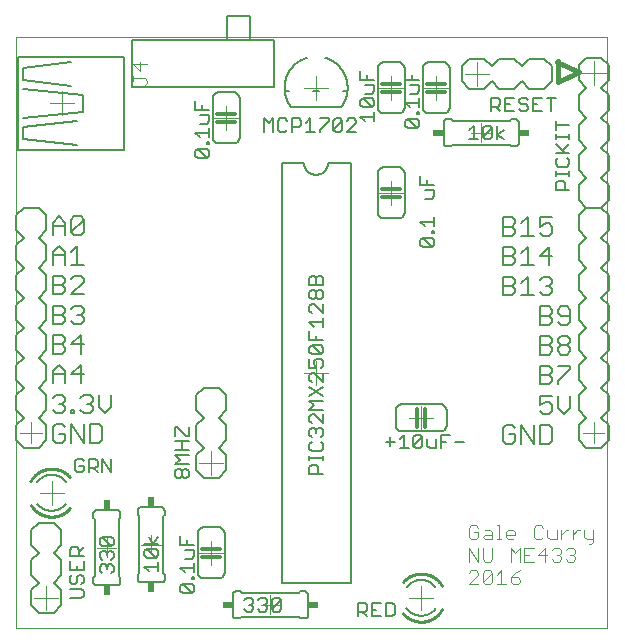
<source format=gto>
G75*
%MOIN*%
%OFA0B0*%
%FSLAX25Y25*%
%IPPOS*%
%LPD*%
%AMOC8*
5,1,8,0,0,1.08239X$1,22.5*
%
%ADD10C,0.00000*%
%ADD11C,0.00500*%
%ADD12C,0.01600*%
%ADD13C,0.00400*%
%ADD14C,0.00600*%
%ADD15C,0.01200*%
%ADD16C,0.01000*%
%ADD17C,0.00800*%
%ADD18R,0.03400X0.02400*%
%ADD19R,0.02400X0.03400*%
D10*
X0001800Y0001800D02*
X0001800Y0198650D01*
X0198650Y0198650D01*
X0198650Y0001800D01*
X0001800Y0001800D01*
X0007800Y0011800D02*
X0015800Y0011800D01*
X0011800Y0007800D02*
X0011800Y0015800D01*
X0028863Y0028512D02*
X0035263Y0028512D01*
X0032063Y0025312D02*
X0032063Y0031712D01*
X0043600Y0029435D02*
X0050000Y0029435D01*
X0046800Y0026235D02*
X0046800Y0032635D01*
X0062800Y0026800D02*
X0070800Y0026800D01*
X0066800Y0022800D02*
X0066800Y0030800D01*
X0086537Y0012635D02*
X0086537Y0006235D01*
X0083337Y0009435D02*
X0089737Y0009435D01*
X0066800Y0052800D02*
X0066800Y0060800D01*
X0062800Y0056800D02*
X0070800Y0056800D01*
X0097800Y0086800D02*
X0105800Y0086800D01*
X0101800Y0082800D02*
X0101800Y0090800D01*
X0132800Y0071800D02*
X0140800Y0071800D01*
X0136800Y0067800D02*
X0136800Y0075800D01*
X0190700Y0066800D02*
X0197900Y0066800D01*
X0194300Y0063200D02*
X0194300Y0070400D01*
X0136800Y0015800D02*
X0136800Y0007800D01*
X0132800Y0011800D02*
X0140800Y0011800D01*
X0017610Y0046800D02*
X0009610Y0046800D01*
X0013610Y0042800D02*
X0013610Y0050800D01*
X0006800Y0063200D02*
X0006800Y0070400D01*
X0003200Y0066800D02*
X0010400Y0066800D01*
X0071800Y0167800D02*
X0071800Y0175800D01*
X0067800Y0171800D02*
X0075800Y0171800D01*
X0097800Y0181800D02*
X0105800Y0181800D01*
X0101800Y0177800D02*
X0101800Y0185800D01*
X0122800Y0181800D02*
X0130800Y0181800D01*
X0126800Y0177800D02*
X0126800Y0185800D01*
X0137800Y0181800D02*
X0145800Y0181800D01*
X0141800Y0177800D02*
X0141800Y0185800D01*
X0151302Y0186500D02*
X0159302Y0186500D01*
X0155302Y0182500D02*
X0155302Y0190500D01*
X0156800Y0170000D02*
X0156800Y0163600D01*
X0153600Y0166800D02*
X0160000Y0166800D01*
X0130800Y0146800D02*
X0122800Y0146800D01*
X0126800Y0142800D02*
X0126800Y0150800D01*
X0190320Y0186839D02*
X0198320Y0186839D01*
X0194320Y0182839D02*
X0194320Y0190839D01*
X0021066Y0176534D02*
X0013066Y0176534D01*
X0017066Y0172534D02*
X0017066Y0180534D01*
D11*
X0020019Y0182439D02*
X0004271Y0184408D01*
X0004271Y0188345D01*
X0020019Y0190313D01*
X0023956Y0179487D02*
X0023956Y0173581D01*
X0004271Y0171613D01*
X0004271Y0168660D02*
X0021987Y0170628D01*
X0021987Y0162754D02*
X0004271Y0164723D01*
X0004271Y0168660D01*
X0002302Y0161179D02*
X0037735Y0161179D01*
X0037735Y0191888D01*
X0002302Y0191888D01*
X0002302Y0161179D01*
X0004271Y0181455D02*
X0023956Y0179487D01*
X0040520Y0182063D02*
X0040520Y0197811D01*
X0072016Y0197811D01*
X0072016Y0205685D01*
X0079890Y0205685D01*
X0079890Y0197811D01*
X0087764Y0197811D01*
X0087764Y0182063D01*
X0040520Y0182063D01*
X0061546Y0177449D02*
X0061546Y0174446D01*
X0066050Y0174446D01*
X0066050Y0172845D02*
X0063047Y0172845D01*
X0063798Y0174446D02*
X0063798Y0175947D01*
X0066050Y0172845D02*
X0066050Y0170593D01*
X0065299Y0169842D01*
X0063047Y0169842D01*
X0066050Y0168241D02*
X0066050Y0165238D01*
X0066050Y0166739D02*
X0061546Y0166739D01*
X0063047Y0165238D01*
X0065299Y0163687D02*
X0065299Y0162936D01*
X0066050Y0162936D01*
X0066050Y0163687D01*
X0065299Y0163687D01*
X0065299Y0161335D02*
X0062297Y0161335D01*
X0065299Y0158332D01*
X0066050Y0159083D01*
X0066050Y0160584D01*
X0065299Y0161335D01*
X0062297Y0161335D02*
X0061546Y0160584D01*
X0061546Y0159083D01*
X0062297Y0158332D01*
X0065299Y0158332D01*
X0084550Y0167050D02*
X0084550Y0171554D01*
X0086051Y0170053D01*
X0087553Y0171554D01*
X0087553Y0167050D01*
X0089154Y0167801D02*
X0089905Y0167050D01*
X0091406Y0167050D01*
X0092156Y0167801D01*
X0093758Y0168551D02*
X0096010Y0168551D01*
X0096760Y0169302D01*
X0096760Y0170803D01*
X0096010Y0171554D01*
X0093758Y0171554D01*
X0093758Y0167050D01*
X0092156Y0170803D02*
X0091406Y0171554D01*
X0089905Y0171554D01*
X0089154Y0170803D01*
X0089154Y0167801D01*
X0093554Y0175300D02*
X0110046Y0175300D01*
X0109822Y0171554D02*
X0108320Y0171554D01*
X0107570Y0170803D01*
X0107570Y0167801D01*
X0110572Y0170803D01*
X0110572Y0167801D01*
X0109822Y0167050D01*
X0108320Y0167050D01*
X0107570Y0167801D01*
X0105968Y0170803D02*
X0102966Y0167801D01*
X0102966Y0167050D01*
X0101364Y0167050D02*
X0098362Y0167050D01*
X0099863Y0167050D02*
X0099863Y0171554D01*
X0098362Y0170053D01*
X0102966Y0171554D02*
X0105968Y0171554D01*
X0105968Y0170803D01*
X0109822Y0171554D02*
X0110572Y0170803D01*
X0112174Y0170803D02*
X0112924Y0171554D01*
X0114425Y0171554D01*
X0115176Y0170803D01*
X0115176Y0170053D01*
X0112174Y0167050D01*
X0115176Y0167050D01*
X0118047Y0170634D02*
X0116546Y0172136D01*
X0121050Y0172136D01*
X0121050Y0173637D02*
X0121050Y0170634D01*
X0120299Y0175238D02*
X0117297Y0175238D01*
X0116546Y0175989D01*
X0116546Y0177490D01*
X0117297Y0178241D01*
X0120299Y0175238D01*
X0121050Y0175989D01*
X0121050Y0177490D01*
X0120299Y0178241D01*
X0117297Y0178241D01*
X0118047Y0179842D02*
X0120299Y0179842D01*
X0121050Y0180593D01*
X0121050Y0182845D01*
X0118047Y0182845D01*
X0118798Y0184446D02*
X0118798Y0185947D01*
X0116546Y0184446D02*
X0116546Y0187449D01*
X0116546Y0184446D02*
X0121050Y0184446D01*
X0112252Y0180800D02*
X0110673Y0180800D01*
X0102927Y0180800D02*
X0100673Y0180800D01*
X0093554Y0175300D02*
X0093401Y0175499D01*
X0093253Y0175701D01*
X0093110Y0175906D01*
X0092972Y0176115D01*
X0092839Y0176327D01*
X0092711Y0176542D01*
X0092589Y0176760D01*
X0092471Y0176981D01*
X0092359Y0177205D01*
X0092252Y0177431D01*
X0092151Y0177660D01*
X0092055Y0177891D01*
X0091964Y0178125D01*
X0091879Y0178360D01*
X0091800Y0178598D01*
X0091727Y0178837D01*
X0091659Y0179078D01*
X0091597Y0179320D01*
X0091541Y0179564D01*
X0091490Y0179810D01*
X0091446Y0180056D01*
X0091407Y0180303D01*
X0091375Y0180551D01*
X0091348Y0180800D01*
X0092927Y0180800D01*
X0104896Y0191833D02*
X0105138Y0191755D01*
X0105378Y0191671D01*
X0105616Y0191582D01*
X0105852Y0191486D01*
X0106086Y0191385D01*
X0106317Y0191279D01*
X0106545Y0191166D01*
X0106771Y0191049D01*
X0106994Y0190926D01*
X0107213Y0190797D01*
X0107430Y0190663D01*
X0107643Y0190524D01*
X0107853Y0190380D01*
X0108059Y0190231D01*
X0108261Y0190077D01*
X0108460Y0189918D01*
X0108655Y0189754D01*
X0108846Y0189585D01*
X0109032Y0189412D01*
X0109215Y0189235D01*
X0109393Y0189053D01*
X0109566Y0188867D01*
X0109735Y0188676D01*
X0109899Y0188482D01*
X0110059Y0188284D01*
X0110214Y0188082D01*
X0110363Y0187876D01*
X0110508Y0187667D01*
X0110648Y0187454D01*
X0110782Y0187238D01*
X0110911Y0187018D01*
X0111035Y0186796D01*
X0111154Y0186571D01*
X0111266Y0186343D01*
X0111374Y0186112D01*
X0111475Y0185879D01*
X0111571Y0185643D01*
X0111662Y0185405D01*
X0111746Y0185165D01*
X0111825Y0184923D01*
X0111898Y0184679D01*
X0111964Y0184433D01*
X0112025Y0184186D01*
X0112080Y0183938D01*
X0112129Y0183688D01*
X0112172Y0183437D01*
X0112208Y0183185D01*
X0112239Y0182933D01*
X0112263Y0182679D01*
X0112281Y0182426D01*
X0112293Y0182171D01*
X0112299Y0181917D01*
X0112299Y0181662D01*
X0112293Y0181408D01*
X0112280Y0181154D01*
X0112261Y0180900D01*
X0112236Y0180647D01*
X0112205Y0180394D01*
X0112168Y0180142D01*
X0112125Y0179892D01*
X0112076Y0179642D01*
X0112021Y0179393D01*
X0111959Y0179146D01*
X0111892Y0178901D01*
X0111819Y0178657D01*
X0111740Y0178415D01*
X0111655Y0178176D01*
X0111564Y0177938D01*
X0111467Y0177702D01*
X0111365Y0177469D01*
X0111257Y0177239D01*
X0111144Y0177011D01*
X0111025Y0176786D01*
X0110901Y0176564D01*
X0110772Y0176345D01*
X0110637Y0176129D01*
X0110497Y0175916D01*
X0110351Y0175707D01*
X0110201Y0175502D01*
X0110046Y0175300D01*
X0091348Y0180800D02*
X0091326Y0181055D01*
X0091311Y0181311D01*
X0091303Y0181567D01*
X0091300Y0181824D01*
X0091304Y0182080D01*
X0091314Y0182336D01*
X0091330Y0182592D01*
X0091352Y0182847D01*
X0091381Y0183102D01*
X0091416Y0183356D01*
X0091457Y0183609D01*
X0091504Y0183861D01*
X0091558Y0184111D01*
X0091617Y0184360D01*
X0091683Y0184608D01*
X0091754Y0184854D01*
X0091832Y0185099D01*
X0091915Y0185341D01*
X0092004Y0185581D01*
X0092100Y0185819D01*
X0092201Y0186055D01*
X0092307Y0186288D01*
X0092420Y0186518D01*
X0092538Y0186746D01*
X0092661Y0186970D01*
X0092790Y0187192D01*
X0092924Y0187410D01*
X0093064Y0187625D01*
X0093209Y0187836D01*
X0093359Y0188044D01*
X0093513Y0188248D01*
X0093673Y0188449D01*
X0093838Y0188645D01*
X0094007Y0188837D01*
X0094182Y0189026D01*
X0094360Y0189209D01*
X0094543Y0189389D01*
X0094731Y0189564D01*
X0094922Y0189734D01*
X0095118Y0189899D01*
X0095318Y0190060D01*
X0095521Y0190216D01*
X0095728Y0190366D01*
X0095939Y0190512D01*
X0096154Y0190653D01*
X0096371Y0190788D01*
X0096592Y0190918D01*
X0096816Y0191042D01*
X0097043Y0191161D01*
X0097273Y0191274D01*
X0097506Y0191382D01*
X0097741Y0191484D01*
X0097979Y0191580D01*
X0098218Y0191670D01*
X0098460Y0191755D01*
X0098704Y0191833D01*
X0079890Y0197811D02*
X0072016Y0197811D01*
X0023276Y0138861D02*
X0021241Y0138861D01*
X0020224Y0137843D01*
X0020224Y0133773D01*
X0024294Y0137843D01*
X0024294Y0133773D01*
X0023276Y0132755D01*
X0021241Y0132755D01*
X0020224Y0133773D01*
X0018217Y0132755D02*
X0018217Y0136825D01*
X0016182Y0138861D01*
X0014147Y0136825D01*
X0014147Y0132755D01*
X0014147Y0135808D02*
X0018217Y0135808D01*
X0023276Y0138861D02*
X0024294Y0137843D01*
X0022259Y0128961D02*
X0022259Y0122855D01*
X0020224Y0122855D02*
X0024294Y0122855D01*
X0023276Y0119061D02*
X0021241Y0119061D01*
X0020224Y0118043D01*
X0018217Y0118043D02*
X0018217Y0117025D01*
X0017199Y0116008D01*
X0014147Y0116008D01*
X0017199Y0116008D02*
X0018217Y0114990D01*
X0018217Y0113973D01*
X0017199Y0112955D01*
X0014147Y0112955D01*
X0014147Y0119061D01*
X0017199Y0119061D01*
X0018217Y0118043D01*
X0018217Y0122855D02*
X0018217Y0126925D01*
X0016182Y0128961D01*
X0014147Y0126925D01*
X0014147Y0122855D01*
X0014147Y0125908D02*
X0018217Y0125908D01*
X0020224Y0126925D02*
X0022259Y0128961D01*
X0023276Y0119061D02*
X0024294Y0118043D01*
X0024294Y0117025D01*
X0020224Y0112955D01*
X0024294Y0112955D01*
X0023276Y0109161D02*
X0021241Y0109161D01*
X0020224Y0108143D01*
X0018217Y0108143D02*
X0018217Y0107125D01*
X0017199Y0106108D01*
X0014147Y0106108D01*
X0017199Y0106108D02*
X0018217Y0105090D01*
X0018217Y0104073D01*
X0017199Y0103055D01*
X0014147Y0103055D01*
X0014147Y0109161D01*
X0017199Y0109161D01*
X0018217Y0108143D01*
X0022259Y0106108D02*
X0023276Y0106108D01*
X0024294Y0105090D01*
X0024294Y0104073D01*
X0023276Y0103055D01*
X0021241Y0103055D01*
X0020224Y0104073D01*
X0023276Y0106108D02*
X0024294Y0107125D01*
X0024294Y0108143D01*
X0023276Y0109161D01*
X0023276Y0099261D02*
X0020224Y0096208D01*
X0024294Y0096208D01*
X0023276Y0093155D02*
X0023276Y0099261D01*
X0018217Y0098243D02*
X0018217Y0097225D01*
X0017199Y0096208D01*
X0014147Y0096208D01*
X0017199Y0096208D02*
X0018217Y0095190D01*
X0018217Y0094173D01*
X0017199Y0093155D01*
X0014147Y0093155D01*
X0014147Y0099261D01*
X0017199Y0099261D01*
X0018217Y0098243D01*
X0016182Y0089361D02*
X0018217Y0087325D01*
X0018217Y0083255D01*
X0018217Y0086308D02*
X0014147Y0086308D01*
X0014147Y0087325D02*
X0014147Y0083255D01*
X0015164Y0079461D02*
X0017199Y0079461D01*
X0018217Y0078443D01*
X0018217Y0077425D01*
X0017199Y0076408D01*
X0018217Y0075390D01*
X0018217Y0074373D01*
X0017199Y0073355D01*
X0015164Y0073355D01*
X0014147Y0074373D01*
X0016182Y0076408D02*
X0017199Y0076408D01*
X0014147Y0078443D02*
X0015164Y0079461D01*
X0020224Y0074373D02*
X0021241Y0074373D01*
X0021241Y0073355D01*
X0020224Y0073355D01*
X0020224Y0074373D01*
X0023262Y0074373D02*
X0024280Y0073355D01*
X0026315Y0073355D01*
X0027332Y0074373D01*
X0027332Y0075390D01*
X0026315Y0076408D01*
X0025297Y0076408D01*
X0026315Y0076408D02*
X0027332Y0077425D01*
X0027332Y0078443D01*
X0026315Y0079461D01*
X0024280Y0079461D01*
X0023262Y0078443D01*
X0023276Y0083255D02*
X0023276Y0089361D01*
X0020224Y0086308D01*
X0024294Y0086308D01*
X0029339Y0079461D02*
X0029339Y0075390D01*
X0031375Y0073355D01*
X0033410Y0075390D01*
X0033410Y0079461D01*
X0029353Y0069561D02*
X0026301Y0069561D01*
X0026301Y0063455D01*
X0029353Y0063455D01*
X0030371Y0064473D01*
X0030371Y0068543D01*
X0029353Y0069561D01*
X0024294Y0069561D02*
X0024294Y0063455D01*
X0020224Y0069561D01*
X0020224Y0063455D01*
X0018217Y0064473D02*
X0018217Y0066508D01*
X0016182Y0066508D01*
X0018217Y0068543D02*
X0017199Y0069561D01*
X0015164Y0069561D01*
X0014147Y0068543D01*
X0014147Y0064473D01*
X0015164Y0063455D01*
X0017199Y0063455D01*
X0018217Y0064473D01*
X0022111Y0058054D02*
X0021360Y0057303D01*
X0021360Y0054301D01*
X0022111Y0053550D01*
X0023612Y0053550D01*
X0024363Y0054301D01*
X0024363Y0055802D01*
X0022862Y0055802D01*
X0024363Y0057303D02*
X0023612Y0058054D01*
X0022111Y0058054D01*
X0025964Y0058054D02*
X0028216Y0058054D01*
X0028967Y0057303D01*
X0028967Y0055802D01*
X0028216Y0055051D01*
X0025964Y0055051D01*
X0025964Y0053550D02*
X0025964Y0058054D01*
X0027466Y0055051D02*
X0028967Y0053550D01*
X0030568Y0053550D02*
X0030568Y0058054D01*
X0033571Y0053550D01*
X0033571Y0058054D01*
X0054846Y0059356D02*
X0059350Y0059356D01*
X0059350Y0060958D02*
X0054846Y0060958D01*
X0054846Y0059356D02*
X0056347Y0057855D01*
X0054846Y0056354D01*
X0059350Y0056354D01*
X0058599Y0054753D02*
X0057849Y0054753D01*
X0057098Y0054002D01*
X0057098Y0052501D01*
X0056347Y0051750D01*
X0055597Y0051750D01*
X0054846Y0052501D01*
X0054846Y0054002D01*
X0055597Y0054753D01*
X0056347Y0054753D01*
X0057098Y0054002D01*
X0057098Y0052501D02*
X0057849Y0051750D01*
X0058599Y0051750D01*
X0059350Y0052501D01*
X0059350Y0054002D01*
X0058599Y0054753D01*
X0057098Y0060958D02*
X0057098Y0063960D01*
X0058599Y0065562D02*
X0059350Y0065562D01*
X0059350Y0068564D01*
X0058599Y0065562D02*
X0055597Y0068564D01*
X0054846Y0068564D01*
X0054846Y0065562D01*
X0054846Y0063960D02*
X0059350Y0063960D01*
X0056546Y0032449D02*
X0056546Y0029446D01*
X0061050Y0029446D01*
X0061050Y0027845D02*
X0058047Y0027845D01*
X0058798Y0029446D02*
X0058798Y0030947D01*
X0061050Y0027845D02*
X0061050Y0025593D01*
X0060299Y0024842D01*
X0058047Y0024842D01*
X0061050Y0023241D02*
X0061050Y0020238D01*
X0061050Y0021739D02*
X0056546Y0021739D01*
X0058047Y0020238D01*
X0060299Y0018687D02*
X0060299Y0017936D01*
X0061050Y0017936D01*
X0061050Y0018687D01*
X0060299Y0018687D01*
X0060299Y0016335D02*
X0057297Y0016335D01*
X0060299Y0013332D01*
X0061050Y0014083D01*
X0061050Y0015584D01*
X0060299Y0016335D01*
X0060299Y0013332D02*
X0057297Y0013332D01*
X0056546Y0014083D01*
X0056546Y0015584D01*
X0057297Y0016335D01*
X0049050Y0020540D02*
X0049050Y0023543D01*
X0049050Y0022041D02*
X0044546Y0022041D01*
X0046047Y0020540D01*
X0045297Y0025144D02*
X0044546Y0025895D01*
X0044546Y0027396D01*
X0045297Y0028147D01*
X0048299Y0025144D01*
X0049050Y0025895D01*
X0049050Y0027396D01*
X0048299Y0028147D01*
X0045297Y0028147D01*
X0044546Y0029748D02*
X0049050Y0029748D01*
X0047549Y0029748D02*
X0049050Y0032000D01*
X0047549Y0029748D02*
X0046047Y0032000D01*
X0045297Y0025144D02*
X0048299Y0025144D01*
X0034313Y0025217D02*
X0033563Y0024466D01*
X0034313Y0025217D02*
X0034313Y0026718D01*
X0033563Y0027469D01*
X0032812Y0027469D01*
X0032062Y0026718D01*
X0032062Y0025968D01*
X0032062Y0026718D02*
X0031311Y0027469D01*
X0030560Y0027469D01*
X0029810Y0026718D01*
X0029810Y0025217D01*
X0030560Y0024466D01*
X0030560Y0022865D02*
X0031311Y0022865D01*
X0032062Y0022114D01*
X0032812Y0022865D01*
X0033563Y0022865D01*
X0034313Y0022114D01*
X0034313Y0020613D01*
X0033563Y0019862D01*
X0032062Y0021364D02*
X0032062Y0022114D01*
X0030560Y0022865D02*
X0029810Y0022114D01*
X0029810Y0020613D01*
X0030560Y0019862D01*
X0024350Y0020958D02*
X0024350Y0023960D01*
X0024350Y0025562D02*
X0019846Y0025562D01*
X0019846Y0027814D01*
X0020597Y0028564D01*
X0022098Y0028564D01*
X0022849Y0027814D01*
X0022849Y0025562D01*
X0022849Y0027063D02*
X0024350Y0028564D01*
X0029810Y0029821D02*
X0029810Y0031322D01*
X0030560Y0032073D01*
X0033563Y0029070D01*
X0034313Y0029821D01*
X0034313Y0031322D01*
X0033563Y0032073D01*
X0030560Y0032073D01*
X0029810Y0029821D02*
X0030560Y0029070D01*
X0033563Y0029070D01*
X0024350Y0020958D02*
X0019846Y0020958D01*
X0019846Y0023960D01*
X0022098Y0022459D02*
X0022098Y0020958D01*
X0022849Y0019356D02*
X0023599Y0019356D01*
X0024350Y0018606D01*
X0024350Y0017105D01*
X0023599Y0016354D01*
X0023599Y0014753D02*
X0019846Y0014753D01*
X0020597Y0016354D02*
X0019846Y0017105D01*
X0019846Y0018606D01*
X0020597Y0019356D01*
X0022098Y0018606D02*
X0022849Y0019356D01*
X0022098Y0018606D02*
X0022098Y0017105D01*
X0021347Y0016354D01*
X0020597Y0016354D01*
X0023599Y0014753D02*
X0024350Y0014002D01*
X0024350Y0012501D01*
X0023599Y0011750D01*
X0019846Y0011750D01*
X0077887Y0010938D02*
X0078637Y0011688D01*
X0080138Y0011688D01*
X0080889Y0010938D01*
X0080889Y0010187D01*
X0080138Y0009436D01*
X0080889Y0008686D01*
X0080889Y0007935D01*
X0080138Y0007185D01*
X0078637Y0007185D01*
X0077887Y0007935D01*
X0079388Y0009436D02*
X0080138Y0009436D01*
X0082490Y0007935D02*
X0083241Y0007185D01*
X0084742Y0007185D01*
X0085493Y0007935D01*
X0085493Y0008686D01*
X0084742Y0009436D01*
X0083992Y0009436D01*
X0084742Y0009436D02*
X0085493Y0010187D01*
X0085493Y0010938D01*
X0084742Y0011688D01*
X0083241Y0011688D01*
X0082490Y0010938D01*
X0087094Y0010938D02*
X0087094Y0007935D01*
X0090097Y0010938D01*
X0090097Y0007935D01*
X0089346Y0007185D01*
X0087845Y0007185D01*
X0087094Y0007935D01*
X0087094Y0010938D02*
X0087845Y0011688D01*
X0089346Y0011688D01*
X0090097Y0010938D01*
X0115738Y0010054D02*
X0115738Y0005550D01*
X0115738Y0007051D02*
X0117990Y0007051D01*
X0118741Y0007802D01*
X0118741Y0009303D01*
X0117990Y0010054D01*
X0115738Y0010054D01*
X0117239Y0007051D02*
X0118741Y0005550D01*
X0120342Y0005550D02*
X0123345Y0005550D01*
X0124946Y0005550D02*
X0127198Y0005550D01*
X0127949Y0006301D01*
X0127949Y0009303D01*
X0127198Y0010054D01*
X0124946Y0010054D01*
X0124946Y0005550D01*
X0121843Y0007802D02*
X0120342Y0007802D01*
X0120342Y0010054D02*
X0120342Y0005550D01*
X0120342Y0010054D02*
X0123345Y0010054D01*
X0104050Y0053026D02*
X0099546Y0053026D01*
X0099546Y0055278D01*
X0100297Y0056028D01*
X0101798Y0056028D01*
X0102549Y0055278D01*
X0102549Y0053026D01*
X0104050Y0057630D02*
X0104050Y0059131D01*
X0104050Y0058380D02*
X0099546Y0058380D01*
X0099546Y0057630D02*
X0099546Y0059131D01*
X0100297Y0060699D02*
X0103299Y0060699D01*
X0104050Y0061449D01*
X0104050Y0062951D01*
X0103299Y0063701D01*
X0103299Y0065303D02*
X0104050Y0066053D01*
X0104050Y0067555D01*
X0103299Y0068305D01*
X0102549Y0068305D01*
X0101798Y0067555D01*
X0101798Y0066804D01*
X0101798Y0067555D02*
X0101047Y0068305D01*
X0100297Y0068305D01*
X0099546Y0067555D01*
X0099546Y0066053D01*
X0100297Y0065303D01*
X0100297Y0063701D02*
X0099546Y0062951D01*
X0099546Y0061449D01*
X0100297Y0060699D01*
X0100297Y0069907D02*
X0099546Y0070657D01*
X0099546Y0072159D01*
X0100297Y0072909D01*
X0101047Y0072909D01*
X0104050Y0069907D01*
X0104050Y0072909D01*
X0104050Y0074511D02*
X0099546Y0074511D01*
X0101047Y0076012D01*
X0099546Y0077513D01*
X0104050Y0077513D01*
X0104050Y0079115D02*
X0099546Y0082117D01*
X0100297Y0083718D02*
X0099546Y0084469D01*
X0099546Y0085970D01*
X0100297Y0086721D01*
X0101047Y0086721D01*
X0104050Y0083718D01*
X0104050Y0086721D01*
X0103299Y0088322D02*
X0104050Y0089073D01*
X0104050Y0090574D01*
X0103299Y0091325D01*
X0101798Y0091325D01*
X0101047Y0090574D01*
X0101047Y0089824D01*
X0101798Y0088322D01*
X0099546Y0088322D01*
X0099546Y0091325D01*
X0100297Y0092926D02*
X0099546Y0093677D01*
X0099546Y0095178D01*
X0100297Y0095929D01*
X0103299Y0092926D01*
X0104050Y0093677D01*
X0104050Y0095178D01*
X0103299Y0095929D01*
X0100297Y0095929D01*
X0099546Y0097530D02*
X0099546Y0100533D01*
X0101047Y0102134D02*
X0099546Y0103635D01*
X0104050Y0103635D01*
X0104050Y0102134D02*
X0104050Y0105137D01*
X0104050Y0106738D02*
X0101047Y0109741D01*
X0100297Y0109741D01*
X0099546Y0108990D01*
X0099546Y0107489D01*
X0100297Y0106738D01*
X0104050Y0106738D02*
X0104050Y0109741D01*
X0103299Y0111342D02*
X0102549Y0111342D01*
X0101798Y0112093D01*
X0101798Y0113594D01*
X0102549Y0114345D01*
X0103299Y0114345D01*
X0104050Y0113594D01*
X0104050Y0112093D01*
X0103299Y0111342D01*
X0101798Y0112093D02*
X0101047Y0111342D01*
X0100297Y0111342D01*
X0099546Y0112093D01*
X0099546Y0113594D01*
X0100297Y0114345D01*
X0101047Y0114345D01*
X0101798Y0113594D01*
X0101798Y0115946D02*
X0101798Y0118198D01*
X0102549Y0118948D01*
X0103299Y0118948D01*
X0104050Y0118198D01*
X0104050Y0115946D01*
X0099546Y0115946D01*
X0099546Y0118198D01*
X0100297Y0118948D01*
X0101047Y0118948D01*
X0101798Y0118198D01*
X0101798Y0099032D02*
X0101798Y0097530D01*
X0104050Y0097530D02*
X0099546Y0097530D01*
X0100297Y0092926D02*
X0103299Y0092926D01*
X0104050Y0082117D02*
X0099546Y0079115D01*
X0125050Y0063802D02*
X0128053Y0063802D01*
X0129654Y0064553D02*
X0131155Y0066054D01*
X0131155Y0061550D01*
X0129654Y0061550D02*
X0132656Y0061550D01*
X0134258Y0062301D02*
X0137260Y0065303D01*
X0137260Y0062301D01*
X0136510Y0061550D01*
X0135008Y0061550D01*
X0134258Y0062301D01*
X0134258Y0065303D01*
X0135008Y0066054D01*
X0136510Y0066054D01*
X0137260Y0065303D01*
X0138862Y0064553D02*
X0138862Y0062301D01*
X0139612Y0061550D01*
X0141864Y0061550D01*
X0141864Y0064553D01*
X0143466Y0063802D02*
X0144967Y0063802D01*
X0143466Y0066054D02*
X0146468Y0066054D01*
X0148070Y0063802D02*
X0151072Y0063802D01*
X0143466Y0061550D02*
X0143466Y0066054D01*
X0126551Y0065303D02*
X0126551Y0062301D01*
X0164171Y0064178D02*
X0165189Y0063160D01*
X0167224Y0063160D01*
X0168242Y0064178D01*
X0168242Y0066213D01*
X0166207Y0066213D01*
X0168242Y0068248D02*
X0167224Y0069265D01*
X0165189Y0069265D01*
X0164171Y0068248D01*
X0164171Y0064178D01*
X0170249Y0063160D02*
X0170249Y0069265D01*
X0174319Y0063160D01*
X0174319Y0069265D01*
X0176326Y0069265D02*
X0179378Y0069265D01*
X0180396Y0068248D01*
X0180396Y0064178D01*
X0179378Y0063160D01*
X0176326Y0063160D01*
X0176326Y0069265D01*
X0177343Y0073060D02*
X0176326Y0074078D01*
X0177343Y0073060D02*
X0179378Y0073060D01*
X0180396Y0074078D01*
X0180396Y0076113D01*
X0179378Y0077130D01*
X0178361Y0077130D01*
X0176326Y0076113D01*
X0176326Y0079165D01*
X0180396Y0079165D01*
X0182403Y0079165D02*
X0182403Y0075095D01*
X0184438Y0073060D01*
X0186473Y0075095D01*
X0186473Y0079165D01*
X0182403Y0082960D02*
X0182403Y0083978D01*
X0186473Y0088048D01*
X0186473Y0089065D01*
X0182403Y0089065D01*
X0180396Y0088048D02*
X0180396Y0087030D01*
X0179378Y0086013D01*
X0176326Y0086013D01*
X0176326Y0089065D02*
X0176326Y0082960D01*
X0179378Y0082960D01*
X0180396Y0083978D01*
X0180396Y0084995D01*
X0179378Y0086013D01*
X0180396Y0088048D02*
X0179378Y0089065D01*
X0176326Y0089065D01*
X0176326Y0092860D02*
X0179378Y0092860D01*
X0180396Y0093878D01*
X0180396Y0094895D01*
X0179378Y0095913D01*
X0176326Y0095913D01*
X0176326Y0098965D02*
X0179378Y0098965D01*
X0180396Y0097948D01*
X0180396Y0096930D01*
X0179378Y0095913D01*
X0182403Y0096930D02*
X0182403Y0097948D01*
X0183421Y0098965D01*
X0185456Y0098965D01*
X0186473Y0097948D01*
X0186473Y0096930D01*
X0185456Y0095913D01*
X0183421Y0095913D01*
X0182403Y0096930D01*
X0183421Y0095913D02*
X0182403Y0094895D01*
X0182403Y0093878D01*
X0183421Y0092860D01*
X0185456Y0092860D01*
X0186473Y0093878D01*
X0186473Y0094895D01*
X0185456Y0095913D01*
X0185456Y0102760D02*
X0183421Y0102760D01*
X0182403Y0103778D01*
X0180396Y0103778D02*
X0179378Y0102760D01*
X0176326Y0102760D01*
X0176326Y0108865D01*
X0179378Y0108865D01*
X0180396Y0107848D01*
X0180396Y0106830D01*
X0179378Y0105813D01*
X0176326Y0105813D01*
X0179378Y0105813D02*
X0180396Y0104795D01*
X0180396Y0103778D01*
X0183421Y0105813D02*
X0182403Y0106830D01*
X0182403Y0107848D01*
X0183421Y0108865D01*
X0185456Y0108865D01*
X0186473Y0107848D01*
X0186473Y0103778D01*
X0185456Y0102760D01*
X0186473Y0105813D02*
X0183421Y0105813D01*
X0179378Y0112660D02*
X0177343Y0112660D01*
X0176326Y0113678D01*
X0174319Y0112660D02*
X0170249Y0112660D01*
X0172284Y0112660D02*
X0172284Y0118765D01*
X0170249Y0116730D01*
X0168242Y0116730D02*
X0167224Y0115713D01*
X0164171Y0115713D01*
X0164171Y0118765D02*
X0164171Y0112660D01*
X0167224Y0112660D01*
X0168242Y0113678D01*
X0168242Y0114695D01*
X0167224Y0115713D01*
X0168242Y0116730D02*
X0168242Y0117748D01*
X0167224Y0118765D01*
X0164171Y0118765D01*
X0164171Y0122560D02*
X0167224Y0122560D01*
X0168242Y0123578D01*
X0168242Y0124595D01*
X0167224Y0125613D01*
X0164171Y0125613D01*
X0164171Y0128665D02*
X0164171Y0122560D01*
X0167224Y0125613D02*
X0168242Y0126630D01*
X0168242Y0127648D01*
X0167224Y0128665D01*
X0164171Y0128665D01*
X0164171Y0132460D02*
X0167224Y0132460D01*
X0168242Y0133478D01*
X0168242Y0134495D01*
X0167224Y0135513D01*
X0164171Y0135513D01*
X0164171Y0138565D02*
X0164171Y0132460D01*
X0167224Y0135513D02*
X0168242Y0136530D01*
X0168242Y0137548D01*
X0167224Y0138565D01*
X0164171Y0138565D01*
X0170249Y0136530D02*
X0172284Y0138565D01*
X0172284Y0132460D01*
X0170249Y0132460D02*
X0174319Y0132460D01*
X0176326Y0133478D02*
X0177343Y0132460D01*
X0179378Y0132460D01*
X0180396Y0133478D01*
X0180396Y0135513D01*
X0179378Y0136530D01*
X0178361Y0136530D01*
X0176326Y0135513D01*
X0176326Y0138565D01*
X0180396Y0138565D01*
X0179378Y0128665D02*
X0176326Y0125613D01*
X0180396Y0125613D01*
X0179378Y0128665D02*
X0179378Y0122560D01*
X0179378Y0118765D02*
X0177343Y0118765D01*
X0176326Y0117748D01*
X0178361Y0115713D02*
X0179378Y0115713D01*
X0180396Y0114695D01*
X0180396Y0113678D01*
X0179378Y0112660D01*
X0179378Y0115713D02*
X0180396Y0116730D01*
X0180396Y0117748D01*
X0179378Y0118765D01*
X0174319Y0122560D02*
X0170249Y0122560D01*
X0172284Y0122560D02*
X0172284Y0128665D01*
X0170249Y0126630D01*
X0181766Y0147835D02*
X0181766Y0150087D01*
X0182516Y0150838D01*
X0184018Y0150838D01*
X0184768Y0150087D01*
X0184768Y0147835D01*
X0186270Y0147835D02*
X0181766Y0147835D01*
X0181766Y0152439D02*
X0181766Y0153940D01*
X0181766Y0153190D02*
X0186270Y0153190D01*
X0186270Y0153940D02*
X0186270Y0152439D01*
X0185519Y0155508D02*
X0182516Y0155508D01*
X0181766Y0156259D01*
X0181766Y0157760D01*
X0182516Y0158511D01*
X0181766Y0160112D02*
X0186270Y0160112D01*
X0184768Y0160112D02*
X0181766Y0163115D01*
X0181766Y0164716D02*
X0181766Y0166217D01*
X0181766Y0165467D02*
X0186270Y0165467D01*
X0186270Y0166217D02*
X0186270Y0164716D01*
X0186270Y0163115D02*
X0184018Y0160863D01*
X0185519Y0158511D02*
X0186270Y0157760D01*
X0186270Y0156259D01*
X0185519Y0155508D01*
X0181766Y0167785D02*
X0181766Y0170788D01*
X0181766Y0169287D02*
X0186270Y0169287D01*
X0180169Y0173950D02*
X0180169Y0178454D01*
X0178668Y0178454D02*
X0181671Y0178454D01*
X0177067Y0178454D02*
X0174064Y0178454D01*
X0174064Y0173950D01*
X0177067Y0173950D01*
X0175566Y0176202D02*
X0174064Y0176202D01*
X0172463Y0175452D02*
X0172463Y0174701D01*
X0171712Y0173950D01*
X0170211Y0173950D01*
X0169460Y0174701D01*
X0170211Y0176202D02*
X0171712Y0176202D01*
X0172463Y0175452D01*
X0172463Y0177704D02*
X0171712Y0178454D01*
X0170211Y0178454D01*
X0169460Y0177704D01*
X0169460Y0176953D01*
X0170211Y0176202D01*
X0167859Y0173950D02*
X0164856Y0173950D01*
X0164856Y0178454D01*
X0167859Y0178454D01*
X0166358Y0176202D02*
X0164856Y0176202D01*
X0163255Y0176202D02*
X0162504Y0175452D01*
X0160252Y0175452D01*
X0160252Y0173950D02*
X0160252Y0178454D01*
X0162504Y0178454D01*
X0163255Y0177704D01*
X0163255Y0176202D01*
X0161754Y0175452D02*
X0163255Y0173950D01*
X0162113Y0169054D02*
X0162113Y0164550D01*
X0162113Y0166051D02*
X0164365Y0167553D01*
X0162113Y0166051D02*
X0164365Y0164550D01*
X0160512Y0165301D02*
X0160512Y0168303D01*
X0157509Y0165301D01*
X0158260Y0164550D01*
X0159761Y0164550D01*
X0160512Y0165301D01*
X0157509Y0165301D02*
X0157509Y0168303D01*
X0158260Y0169054D01*
X0159761Y0169054D01*
X0160512Y0168303D01*
X0155908Y0164550D02*
X0152906Y0164550D01*
X0154407Y0164550D02*
X0154407Y0169054D01*
X0152906Y0167553D01*
X0141050Y0149446D02*
X0136546Y0149446D01*
X0136546Y0152449D01*
X0138798Y0150947D02*
X0138798Y0149446D01*
X0138047Y0147845D02*
X0141050Y0147845D01*
X0141050Y0145593D01*
X0140299Y0144842D01*
X0138047Y0144842D01*
X0141050Y0138637D02*
X0141050Y0135634D01*
X0141050Y0137136D02*
X0136546Y0137136D01*
X0138047Y0135634D01*
X0140299Y0134083D02*
X0141050Y0134083D01*
X0141050Y0133332D01*
X0140299Y0133332D01*
X0140299Y0134083D01*
X0140299Y0131731D02*
X0137297Y0131731D01*
X0140299Y0128728D01*
X0141050Y0129479D01*
X0141050Y0130980D01*
X0140299Y0131731D01*
X0137297Y0131731D02*
X0136546Y0130980D01*
X0136546Y0129479D01*
X0137297Y0128728D01*
X0140299Y0128728D01*
X0176326Y0098965D02*
X0176326Y0092860D01*
X0135299Y0168332D02*
X0132297Y0168332D01*
X0131546Y0169083D01*
X0131546Y0170584D01*
X0132297Y0171335D01*
X0135299Y0168332D01*
X0136050Y0169083D01*
X0136050Y0170584D01*
X0135299Y0171335D01*
X0132297Y0171335D01*
X0135299Y0172936D02*
X0135299Y0173687D01*
X0136050Y0173687D01*
X0136050Y0172936D01*
X0135299Y0172936D01*
X0136050Y0175238D02*
X0136050Y0178241D01*
X0136050Y0176739D02*
X0131546Y0176739D01*
X0133047Y0175238D01*
X0133047Y0179842D02*
X0135299Y0179842D01*
X0136050Y0180593D01*
X0136050Y0182845D01*
X0133047Y0182845D01*
X0133798Y0184446D02*
X0133798Y0185947D01*
X0131546Y0184446D02*
X0131546Y0187449D01*
X0131546Y0184446D02*
X0136050Y0184446D01*
X0016182Y0089361D02*
X0014147Y0087325D01*
D12*
X0182399Y0183633D02*
X0189288Y0186928D01*
X0182099Y0190523D01*
X0182399Y0190822D02*
X0182399Y0183633D01*
D13*
X0045409Y0183407D02*
X0045409Y0184174D01*
X0044642Y0184941D01*
X0040805Y0184941D01*
X0040805Y0184174D02*
X0040805Y0185709D01*
X0043107Y0187243D02*
X0043107Y0190313D01*
X0040805Y0189545D02*
X0043107Y0187243D01*
X0045409Y0189545D02*
X0040805Y0189545D01*
X0045409Y0183407D02*
X0044642Y0182639D01*
X0153599Y0035890D02*
X0152832Y0035123D01*
X0152832Y0032054D01*
X0153599Y0031286D01*
X0155134Y0031286D01*
X0155901Y0032054D01*
X0155901Y0033588D01*
X0154367Y0033588D01*
X0155901Y0035123D02*
X0155134Y0035890D01*
X0153599Y0035890D01*
X0158203Y0034356D02*
X0159738Y0034356D01*
X0160505Y0033588D01*
X0160505Y0031286D01*
X0158203Y0031286D01*
X0157436Y0032054D01*
X0158203Y0032821D01*
X0160505Y0032821D01*
X0162040Y0031286D02*
X0163574Y0031286D01*
X0162807Y0031286D02*
X0162807Y0035890D01*
X0162040Y0035890D01*
X0165109Y0033588D02*
X0165109Y0032054D01*
X0165876Y0031286D01*
X0167411Y0031286D01*
X0168178Y0032821D02*
X0165109Y0032821D01*
X0165109Y0033588D02*
X0165876Y0034356D01*
X0167411Y0034356D01*
X0168178Y0033588D01*
X0168178Y0032821D01*
X0166644Y0028390D02*
X0168178Y0026856D01*
X0169713Y0028390D01*
X0169713Y0023786D01*
X0171248Y0023786D02*
X0174317Y0023786D01*
X0175852Y0026088D02*
X0178921Y0026088D01*
X0180455Y0024554D02*
X0181223Y0023786D01*
X0182757Y0023786D01*
X0183525Y0024554D01*
X0183525Y0025321D01*
X0182757Y0026088D01*
X0181990Y0026088D01*
X0182757Y0026088D02*
X0183525Y0026856D01*
X0183525Y0027623D01*
X0182757Y0028390D01*
X0181223Y0028390D01*
X0180455Y0027623D01*
X0178154Y0028390D02*
X0175852Y0026088D01*
X0174317Y0028390D02*
X0171248Y0028390D01*
X0171248Y0023786D01*
X0171248Y0026088D02*
X0172782Y0026088D01*
X0178154Y0023786D02*
X0178154Y0028390D01*
X0179688Y0031286D02*
X0181990Y0031286D01*
X0181990Y0034356D01*
X0183525Y0034356D02*
X0183525Y0031286D01*
X0183525Y0032821D02*
X0185059Y0034356D01*
X0185827Y0034356D01*
X0187361Y0034356D02*
X0187361Y0031286D01*
X0187361Y0032821D02*
X0188896Y0034356D01*
X0189663Y0034356D01*
X0191198Y0034356D02*
X0191198Y0032054D01*
X0191965Y0031286D01*
X0194267Y0031286D01*
X0194267Y0030519D02*
X0193500Y0029752D01*
X0192733Y0029752D01*
X0194267Y0030519D02*
X0194267Y0034356D01*
X0188129Y0027623D02*
X0188129Y0026856D01*
X0187361Y0026088D01*
X0188129Y0025321D01*
X0188129Y0024554D01*
X0187361Y0023786D01*
X0185827Y0023786D01*
X0185059Y0024554D01*
X0186594Y0026088D02*
X0187361Y0026088D01*
X0188129Y0027623D02*
X0187361Y0028390D01*
X0185827Y0028390D01*
X0185059Y0027623D01*
X0179688Y0031286D02*
X0178921Y0032054D01*
X0178921Y0034356D01*
X0177386Y0035123D02*
X0176619Y0035890D01*
X0175084Y0035890D01*
X0174317Y0035123D01*
X0174317Y0032054D01*
X0175084Y0031286D01*
X0176619Y0031286D01*
X0177386Y0032054D01*
X0166644Y0028390D02*
X0166644Y0023786D01*
X0168178Y0020123D02*
X0169713Y0020890D01*
X0168178Y0020123D02*
X0166644Y0018588D01*
X0168946Y0018588D01*
X0169713Y0017821D01*
X0169713Y0017054D01*
X0168946Y0016286D01*
X0167411Y0016286D01*
X0166644Y0017054D01*
X0166644Y0018588D01*
X0165109Y0016286D02*
X0162040Y0016286D01*
X0163574Y0016286D02*
X0163574Y0020890D01*
X0162040Y0019356D01*
X0160505Y0020123D02*
X0160505Y0017054D01*
X0159738Y0016286D01*
X0158203Y0016286D01*
X0157436Y0017054D01*
X0160505Y0020123D01*
X0159738Y0020890D01*
X0158203Y0020890D01*
X0157436Y0020123D01*
X0157436Y0017054D01*
X0155901Y0016286D02*
X0152832Y0016286D01*
X0155901Y0019356D01*
X0155901Y0020123D01*
X0155134Y0020890D01*
X0153599Y0020890D01*
X0152832Y0020123D01*
X0152832Y0023786D02*
X0152832Y0028390D01*
X0155901Y0023786D01*
X0155901Y0028390D01*
X0157436Y0028390D02*
X0157436Y0024554D01*
X0158203Y0023786D01*
X0159738Y0023786D01*
X0160505Y0024554D01*
X0160505Y0028390D01*
D14*
X0136800Y0005800D02*
X0136646Y0005802D01*
X0136492Y0005808D01*
X0136338Y0005818D01*
X0136184Y0005832D01*
X0136031Y0005849D01*
X0135879Y0005871D01*
X0135727Y0005897D01*
X0135575Y0005926D01*
X0135425Y0005960D01*
X0135275Y0005997D01*
X0135127Y0006038D01*
X0134979Y0006083D01*
X0134833Y0006132D01*
X0134688Y0006184D01*
X0134545Y0006240D01*
X0134402Y0006300D01*
X0134262Y0006363D01*
X0134123Y0006430D01*
X0133986Y0006501D01*
X0133851Y0006575D01*
X0133718Y0006652D01*
X0133586Y0006733D01*
X0133457Y0006817D01*
X0133330Y0006905D01*
X0133206Y0006996D01*
X0133084Y0007089D01*
X0132964Y0007187D01*
X0132847Y0007287D01*
X0132732Y0007390D01*
X0132620Y0007496D01*
X0132511Y0007604D01*
X0132405Y0007716D01*
X0132301Y0007830D01*
X0132201Y0007947D01*
X0132103Y0008066D01*
X0132009Y0008188D01*
X0131918Y0008313D01*
X0136800Y0017800D02*
X0136952Y0017798D01*
X0137103Y0017792D01*
X0137254Y0017783D01*
X0137406Y0017769D01*
X0137556Y0017752D01*
X0137706Y0017731D01*
X0137856Y0017706D01*
X0138005Y0017678D01*
X0138153Y0017645D01*
X0138300Y0017609D01*
X0138447Y0017570D01*
X0138592Y0017526D01*
X0138736Y0017479D01*
X0138879Y0017428D01*
X0139020Y0017374D01*
X0139161Y0017316D01*
X0139299Y0017255D01*
X0139436Y0017190D01*
X0139572Y0017121D01*
X0139705Y0017050D01*
X0139837Y0016975D01*
X0139967Y0016896D01*
X0140094Y0016815D01*
X0140220Y0016730D01*
X0140344Y0016642D01*
X0140465Y0016551D01*
X0140584Y0016457D01*
X0140700Y0016359D01*
X0140814Y0016259D01*
X0140926Y0016157D01*
X0141034Y0016051D01*
X0141140Y0015943D01*
X0141244Y0015832D01*
X0141344Y0015718D01*
X0141442Y0015602D01*
X0141536Y0015483D01*
X0136800Y0017800D02*
X0136648Y0017798D01*
X0136497Y0017792D01*
X0136346Y0017783D01*
X0136194Y0017769D01*
X0136044Y0017752D01*
X0135894Y0017731D01*
X0135744Y0017706D01*
X0135595Y0017678D01*
X0135447Y0017645D01*
X0135300Y0017609D01*
X0135153Y0017570D01*
X0135008Y0017526D01*
X0134864Y0017479D01*
X0134721Y0017428D01*
X0134580Y0017374D01*
X0134439Y0017316D01*
X0134301Y0017255D01*
X0134164Y0017190D01*
X0134028Y0017121D01*
X0133895Y0017050D01*
X0133763Y0016975D01*
X0133633Y0016896D01*
X0133506Y0016815D01*
X0133380Y0016730D01*
X0133256Y0016642D01*
X0133135Y0016551D01*
X0133016Y0016457D01*
X0132900Y0016359D01*
X0132786Y0016259D01*
X0132674Y0016157D01*
X0132566Y0016051D01*
X0132460Y0015943D01*
X0132356Y0015832D01*
X0132256Y0015718D01*
X0132158Y0015602D01*
X0132064Y0015483D01*
X0136800Y0005800D02*
X0136950Y0005802D01*
X0137101Y0005808D01*
X0137251Y0005817D01*
X0137400Y0005830D01*
X0137550Y0005847D01*
X0137699Y0005868D01*
X0137847Y0005892D01*
X0137995Y0005920D01*
X0138142Y0005952D01*
X0138288Y0005987D01*
X0138433Y0006027D01*
X0138577Y0006069D01*
X0138720Y0006116D01*
X0138862Y0006166D01*
X0139003Y0006219D01*
X0139142Y0006276D01*
X0139280Y0006336D01*
X0139416Y0006400D01*
X0139550Y0006467D01*
X0139683Y0006538D01*
X0139814Y0006612D01*
X0139943Y0006689D01*
X0140070Y0006770D01*
X0140195Y0006853D01*
X0140318Y0006940D01*
X0140439Y0007029D01*
X0140557Y0007122D01*
X0140673Y0007218D01*
X0140787Y0007316D01*
X0140898Y0007417D01*
X0141007Y0007522D01*
X0141112Y0007628D01*
X0141216Y0007738D01*
X0141316Y0007850D01*
X0141414Y0007964D01*
X0141508Y0008081D01*
X0141600Y0008200D01*
X0113300Y0016800D02*
X0090300Y0016800D01*
X0090300Y0156800D01*
X0097800Y0156800D01*
X0097802Y0156674D01*
X0097808Y0156549D01*
X0097818Y0156424D01*
X0097832Y0156299D01*
X0097849Y0156174D01*
X0097871Y0156050D01*
X0097896Y0155927D01*
X0097926Y0155805D01*
X0097959Y0155684D01*
X0097996Y0155564D01*
X0098036Y0155445D01*
X0098081Y0155328D01*
X0098129Y0155211D01*
X0098181Y0155097D01*
X0098236Y0154984D01*
X0098295Y0154873D01*
X0098357Y0154764D01*
X0098423Y0154657D01*
X0098492Y0154552D01*
X0098564Y0154449D01*
X0098639Y0154348D01*
X0098718Y0154250D01*
X0098800Y0154155D01*
X0098884Y0154062D01*
X0098972Y0153972D01*
X0099062Y0153884D01*
X0099155Y0153800D01*
X0099250Y0153718D01*
X0099348Y0153639D01*
X0099449Y0153564D01*
X0099552Y0153492D01*
X0099657Y0153423D01*
X0099764Y0153357D01*
X0099873Y0153295D01*
X0099984Y0153236D01*
X0100097Y0153181D01*
X0100211Y0153129D01*
X0100328Y0153081D01*
X0100445Y0153036D01*
X0100564Y0152996D01*
X0100684Y0152959D01*
X0100805Y0152926D01*
X0100927Y0152896D01*
X0101050Y0152871D01*
X0101174Y0152849D01*
X0101299Y0152832D01*
X0101424Y0152818D01*
X0101549Y0152808D01*
X0101674Y0152802D01*
X0101800Y0152800D01*
X0101926Y0152802D01*
X0102051Y0152808D01*
X0102176Y0152818D01*
X0102301Y0152832D01*
X0102426Y0152849D01*
X0102550Y0152871D01*
X0102673Y0152896D01*
X0102795Y0152926D01*
X0102916Y0152959D01*
X0103036Y0152996D01*
X0103155Y0153036D01*
X0103272Y0153081D01*
X0103389Y0153129D01*
X0103503Y0153181D01*
X0103616Y0153236D01*
X0103727Y0153295D01*
X0103836Y0153357D01*
X0103943Y0153423D01*
X0104048Y0153492D01*
X0104151Y0153564D01*
X0104252Y0153639D01*
X0104350Y0153718D01*
X0104445Y0153800D01*
X0104538Y0153884D01*
X0104628Y0153972D01*
X0104716Y0154062D01*
X0104800Y0154155D01*
X0104882Y0154250D01*
X0104961Y0154348D01*
X0105036Y0154449D01*
X0105108Y0154552D01*
X0105177Y0154657D01*
X0105243Y0154764D01*
X0105305Y0154873D01*
X0105364Y0154984D01*
X0105419Y0155097D01*
X0105471Y0155211D01*
X0105519Y0155328D01*
X0105564Y0155445D01*
X0105604Y0155564D01*
X0105641Y0155684D01*
X0105674Y0155805D01*
X0105704Y0155927D01*
X0105729Y0156050D01*
X0105751Y0156174D01*
X0105768Y0156299D01*
X0105782Y0156424D01*
X0105792Y0156549D01*
X0105798Y0156674D01*
X0105800Y0156800D01*
X0113300Y0156800D01*
X0113300Y0016800D01*
X0099037Y0012935D02*
X0099037Y0005935D01*
X0099035Y0005875D01*
X0099030Y0005814D01*
X0099021Y0005755D01*
X0099008Y0005696D01*
X0098992Y0005637D01*
X0098972Y0005580D01*
X0098949Y0005525D01*
X0098922Y0005470D01*
X0098893Y0005418D01*
X0098860Y0005367D01*
X0098824Y0005318D01*
X0098786Y0005272D01*
X0098744Y0005228D01*
X0098700Y0005186D01*
X0098654Y0005148D01*
X0098605Y0005112D01*
X0098554Y0005079D01*
X0098502Y0005050D01*
X0098447Y0005023D01*
X0098392Y0005000D01*
X0098335Y0004980D01*
X0098276Y0004964D01*
X0098217Y0004951D01*
X0098158Y0004942D01*
X0098097Y0004937D01*
X0098037Y0004935D01*
X0096537Y0004935D01*
X0096037Y0005435D01*
X0077037Y0005435D01*
X0076537Y0004935D01*
X0075037Y0004935D01*
X0074977Y0004937D01*
X0074916Y0004942D01*
X0074857Y0004951D01*
X0074798Y0004964D01*
X0074739Y0004980D01*
X0074682Y0005000D01*
X0074627Y0005023D01*
X0074572Y0005050D01*
X0074520Y0005079D01*
X0074469Y0005112D01*
X0074420Y0005148D01*
X0074374Y0005186D01*
X0074330Y0005228D01*
X0074288Y0005272D01*
X0074250Y0005318D01*
X0074214Y0005367D01*
X0074181Y0005418D01*
X0074152Y0005470D01*
X0074125Y0005525D01*
X0074102Y0005580D01*
X0074082Y0005637D01*
X0074066Y0005696D01*
X0074053Y0005755D01*
X0074044Y0005814D01*
X0074039Y0005875D01*
X0074037Y0005935D01*
X0074037Y0012935D01*
X0074039Y0012995D01*
X0074044Y0013056D01*
X0074053Y0013115D01*
X0074066Y0013174D01*
X0074082Y0013233D01*
X0074102Y0013290D01*
X0074125Y0013345D01*
X0074152Y0013400D01*
X0074181Y0013452D01*
X0074214Y0013503D01*
X0074250Y0013552D01*
X0074288Y0013598D01*
X0074330Y0013642D01*
X0074374Y0013684D01*
X0074420Y0013722D01*
X0074469Y0013758D01*
X0074520Y0013791D01*
X0074572Y0013820D01*
X0074627Y0013847D01*
X0074682Y0013870D01*
X0074739Y0013890D01*
X0074798Y0013906D01*
X0074857Y0013919D01*
X0074916Y0013928D01*
X0074977Y0013933D01*
X0075037Y0013935D01*
X0076537Y0013935D01*
X0077037Y0013435D01*
X0096037Y0013435D01*
X0096537Y0013935D01*
X0098037Y0013935D01*
X0098097Y0013933D01*
X0098158Y0013928D01*
X0098217Y0013919D01*
X0098276Y0013906D01*
X0098335Y0013890D01*
X0098392Y0013870D01*
X0098447Y0013847D01*
X0098502Y0013820D01*
X0098554Y0013791D01*
X0098605Y0013758D01*
X0098654Y0013722D01*
X0098700Y0013684D01*
X0098744Y0013642D01*
X0098786Y0013598D01*
X0098824Y0013552D01*
X0098860Y0013503D01*
X0098893Y0013452D01*
X0098922Y0013400D01*
X0098949Y0013345D01*
X0098972Y0013290D01*
X0098992Y0013233D01*
X0099008Y0013174D01*
X0099021Y0013115D01*
X0099030Y0013056D01*
X0099035Y0012995D01*
X0099037Y0012935D01*
X0071300Y0020300D02*
X0071300Y0033300D01*
X0071298Y0033387D01*
X0071292Y0033474D01*
X0071283Y0033561D01*
X0071270Y0033647D01*
X0071253Y0033733D01*
X0071232Y0033818D01*
X0071207Y0033901D01*
X0071179Y0033984D01*
X0071148Y0034065D01*
X0071113Y0034145D01*
X0071074Y0034223D01*
X0071032Y0034300D01*
X0070987Y0034375D01*
X0070938Y0034447D01*
X0070887Y0034518D01*
X0070832Y0034586D01*
X0070775Y0034651D01*
X0070714Y0034714D01*
X0070651Y0034775D01*
X0070586Y0034832D01*
X0070518Y0034887D01*
X0070447Y0034938D01*
X0070375Y0034987D01*
X0070300Y0035032D01*
X0070223Y0035074D01*
X0070145Y0035113D01*
X0070065Y0035148D01*
X0069984Y0035179D01*
X0069901Y0035207D01*
X0069818Y0035232D01*
X0069733Y0035253D01*
X0069647Y0035270D01*
X0069561Y0035283D01*
X0069474Y0035292D01*
X0069387Y0035298D01*
X0069300Y0035300D01*
X0064300Y0035300D01*
X0064213Y0035298D01*
X0064126Y0035292D01*
X0064039Y0035283D01*
X0063953Y0035270D01*
X0063867Y0035253D01*
X0063782Y0035232D01*
X0063699Y0035207D01*
X0063616Y0035179D01*
X0063535Y0035148D01*
X0063455Y0035113D01*
X0063377Y0035074D01*
X0063300Y0035032D01*
X0063225Y0034987D01*
X0063153Y0034938D01*
X0063082Y0034887D01*
X0063014Y0034832D01*
X0062949Y0034775D01*
X0062886Y0034714D01*
X0062825Y0034651D01*
X0062768Y0034586D01*
X0062713Y0034518D01*
X0062662Y0034447D01*
X0062613Y0034375D01*
X0062568Y0034300D01*
X0062526Y0034223D01*
X0062487Y0034145D01*
X0062452Y0034065D01*
X0062421Y0033984D01*
X0062393Y0033901D01*
X0062368Y0033818D01*
X0062347Y0033733D01*
X0062330Y0033647D01*
X0062317Y0033561D01*
X0062308Y0033474D01*
X0062302Y0033387D01*
X0062300Y0033300D01*
X0062300Y0020300D01*
X0062302Y0020213D01*
X0062308Y0020126D01*
X0062317Y0020039D01*
X0062330Y0019953D01*
X0062347Y0019867D01*
X0062368Y0019782D01*
X0062393Y0019699D01*
X0062421Y0019616D01*
X0062452Y0019535D01*
X0062487Y0019455D01*
X0062526Y0019377D01*
X0062568Y0019300D01*
X0062613Y0019225D01*
X0062662Y0019153D01*
X0062713Y0019082D01*
X0062768Y0019014D01*
X0062825Y0018949D01*
X0062886Y0018886D01*
X0062949Y0018825D01*
X0063014Y0018768D01*
X0063082Y0018713D01*
X0063153Y0018662D01*
X0063225Y0018613D01*
X0063300Y0018568D01*
X0063377Y0018526D01*
X0063455Y0018487D01*
X0063535Y0018452D01*
X0063616Y0018421D01*
X0063699Y0018393D01*
X0063782Y0018368D01*
X0063867Y0018347D01*
X0063953Y0018330D01*
X0064039Y0018317D01*
X0064126Y0018308D01*
X0064213Y0018302D01*
X0064300Y0018300D01*
X0069300Y0018300D01*
X0069387Y0018302D01*
X0069474Y0018308D01*
X0069561Y0018317D01*
X0069647Y0018330D01*
X0069733Y0018347D01*
X0069818Y0018368D01*
X0069901Y0018393D01*
X0069984Y0018421D01*
X0070065Y0018452D01*
X0070145Y0018487D01*
X0070223Y0018526D01*
X0070300Y0018568D01*
X0070375Y0018613D01*
X0070447Y0018662D01*
X0070518Y0018713D01*
X0070586Y0018768D01*
X0070651Y0018825D01*
X0070714Y0018886D01*
X0070775Y0018949D01*
X0070832Y0019014D01*
X0070887Y0019082D01*
X0070938Y0019153D01*
X0070987Y0019225D01*
X0071032Y0019300D01*
X0071074Y0019377D01*
X0071113Y0019455D01*
X0071148Y0019535D01*
X0071179Y0019616D01*
X0071207Y0019699D01*
X0071232Y0019782D01*
X0071253Y0019867D01*
X0071270Y0019953D01*
X0071283Y0020039D01*
X0071292Y0020126D01*
X0071298Y0020213D01*
X0071300Y0020300D01*
X0051300Y0019435D02*
X0051300Y0017935D01*
X0051298Y0017875D01*
X0051293Y0017814D01*
X0051284Y0017755D01*
X0051271Y0017696D01*
X0051255Y0017637D01*
X0051235Y0017580D01*
X0051212Y0017525D01*
X0051185Y0017470D01*
X0051156Y0017418D01*
X0051123Y0017367D01*
X0051087Y0017318D01*
X0051049Y0017272D01*
X0051007Y0017228D01*
X0050963Y0017186D01*
X0050917Y0017148D01*
X0050868Y0017112D01*
X0050817Y0017079D01*
X0050765Y0017050D01*
X0050710Y0017023D01*
X0050655Y0017000D01*
X0050598Y0016980D01*
X0050539Y0016964D01*
X0050480Y0016951D01*
X0050421Y0016942D01*
X0050360Y0016937D01*
X0050300Y0016935D01*
X0043300Y0016935D01*
X0043240Y0016937D01*
X0043179Y0016942D01*
X0043120Y0016951D01*
X0043061Y0016964D01*
X0043002Y0016980D01*
X0042945Y0017000D01*
X0042890Y0017023D01*
X0042835Y0017050D01*
X0042783Y0017079D01*
X0042732Y0017112D01*
X0042683Y0017148D01*
X0042637Y0017186D01*
X0042593Y0017228D01*
X0042551Y0017272D01*
X0042513Y0017318D01*
X0042477Y0017367D01*
X0042444Y0017418D01*
X0042415Y0017470D01*
X0042388Y0017525D01*
X0042365Y0017580D01*
X0042345Y0017637D01*
X0042329Y0017696D01*
X0042316Y0017755D01*
X0042307Y0017814D01*
X0042302Y0017875D01*
X0042300Y0017935D01*
X0042300Y0019435D01*
X0042800Y0019935D01*
X0042800Y0038935D01*
X0042300Y0039435D01*
X0042300Y0040935D01*
X0042302Y0040995D01*
X0042307Y0041056D01*
X0042316Y0041115D01*
X0042329Y0041174D01*
X0042345Y0041233D01*
X0042365Y0041290D01*
X0042388Y0041345D01*
X0042415Y0041400D01*
X0042444Y0041452D01*
X0042477Y0041503D01*
X0042513Y0041552D01*
X0042551Y0041598D01*
X0042593Y0041642D01*
X0042637Y0041684D01*
X0042683Y0041722D01*
X0042732Y0041758D01*
X0042783Y0041791D01*
X0042835Y0041820D01*
X0042890Y0041847D01*
X0042945Y0041870D01*
X0043002Y0041890D01*
X0043061Y0041906D01*
X0043120Y0041919D01*
X0043179Y0041928D01*
X0043240Y0041933D01*
X0043300Y0041935D01*
X0050300Y0041935D01*
X0050360Y0041933D01*
X0050421Y0041928D01*
X0050480Y0041919D01*
X0050539Y0041906D01*
X0050598Y0041890D01*
X0050655Y0041870D01*
X0050710Y0041847D01*
X0050765Y0041820D01*
X0050817Y0041791D01*
X0050868Y0041758D01*
X0050917Y0041722D01*
X0050963Y0041684D01*
X0051007Y0041642D01*
X0051049Y0041598D01*
X0051087Y0041552D01*
X0051123Y0041503D01*
X0051156Y0041452D01*
X0051185Y0041400D01*
X0051212Y0041345D01*
X0051235Y0041290D01*
X0051255Y0041233D01*
X0051271Y0041174D01*
X0051284Y0041115D01*
X0051293Y0041056D01*
X0051298Y0040995D01*
X0051300Y0040935D01*
X0051300Y0039435D01*
X0050800Y0038935D01*
X0050800Y0019935D01*
X0051300Y0019435D01*
X0036563Y0018512D02*
X0036063Y0019012D01*
X0036063Y0038012D01*
X0036563Y0038512D01*
X0036563Y0040012D01*
X0036561Y0040072D01*
X0036556Y0040133D01*
X0036547Y0040192D01*
X0036534Y0040251D01*
X0036518Y0040310D01*
X0036498Y0040367D01*
X0036475Y0040422D01*
X0036448Y0040477D01*
X0036419Y0040529D01*
X0036386Y0040580D01*
X0036350Y0040629D01*
X0036312Y0040675D01*
X0036270Y0040719D01*
X0036226Y0040761D01*
X0036180Y0040799D01*
X0036131Y0040835D01*
X0036080Y0040868D01*
X0036028Y0040897D01*
X0035973Y0040924D01*
X0035918Y0040947D01*
X0035861Y0040967D01*
X0035802Y0040983D01*
X0035743Y0040996D01*
X0035684Y0041005D01*
X0035623Y0041010D01*
X0035563Y0041012D01*
X0028563Y0041012D01*
X0028503Y0041010D01*
X0028442Y0041005D01*
X0028383Y0040996D01*
X0028324Y0040983D01*
X0028265Y0040967D01*
X0028208Y0040947D01*
X0028153Y0040924D01*
X0028098Y0040897D01*
X0028046Y0040868D01*
X0027995Y0040835D01*
X0027946Y0040799D01*
X0027900Y0040761D01*
X0027856Y0040719D01*
X0027814Y0040675D01*
X0027776Y0040629D01*
X0027740Y0040580D01*
X0027707Y0040529D01*
X0027678Y0040477D01*
X0027651Y0040422D01*
X0027628Y0040367D01*
X0027608Y0040310D01*
X0027592Y0040251D01*
X0027579Y0040192D01*
X0027570Y0040133D01*
X0027565Y0040072D01*
X0027563Y0040012D01*
X0027563Y0038512D01*
X0028063Y0038012D01*
X0028063Y0019012D01*
X0027563Y0018512D01*
X0027563Y0017012D01*
X0027565Y0016952D01*
X0027570Y0016891D01*
X0027579Y0016832D01*
X0027592Y0016773D01*
X0027608Y0016714D01*
X0027628Y0016657D01*
X0027651Y0016602D01*
X0027678Y0016547D01*
X0027707Y0016495D01*
X0027740Y0016444D01*
X0027776Y0016395D01*
X0027814Y0016349D01*
X0027856Y0016305D01*
X0027900Y0016263D01*
X0027946Y0016225D01*
X0027995Y0016189D01*
X0028046Y0016156D01*
X0028098Y0016127D01*
X0028153Y0016100D01*
X0028208Y0016077D01*
X0028265Y0016057D01*
X0028324Y0016041D01*
X0028383Y0016028D01*
X0028442Y0016019D01*
X0028503Y0016014D01*
X0028563Y0016012D01*
X0035563Y0016012D01*
X0035623Y0016014D01*
X0035684Y0016019D01*
X0035743Y0016028D01*
X0035802Y0016041D01*
X0035861Y0016057D01*
X0035918Y0016077D01*
X0035973Y0016100D01*
X0036028Y0016127D01*
X0036080Y0016156D01*
X0036131Y0016189D01*
X0036180Y0016225D01*
X0036226Y0016263D01*
X0036270Y0016305D01*
X0036312Y0016349D01*
X0036350Y0016395D01*
X0036386Y0016444D01*
X0036419Y0016495D01*
X0036448Y0016547D01*
X0036475Y0016602D01*
X0036498Y0016657D01*
X0036518Y0016714D01*
X0036534Y0016773D01*
X0036547Y0016832D01*
X0036556Y0016891D01*
X0036561Y0016952D01*
X0036563Y0017012D01*
X0036563Y0018512D01*
X0013610Y0040800D02*
X0013458Y0040802D01*
X0013307Y0040808D01*
X0013156Y0040817D01*
X0013004Y0040831D01*
X0012854Y0040848D01*
X0012704Y0040869D01*
X0012554Y0040894D01*
X0012405Y0040922D01*
X0012257Y0040955D01*
X0012110Y0040991D01*
X0011963Y0041030D01*
X0011818Y0041074D01*
X0011674Y0041121D01*
X0011531Y0041172D01*
X0011390Y0041226D01*
X0011249Y0041284D01*
X0011111Y0041345D01*
X0010974Y0041410D01*
X0010838Y0041479D01*
X0010705Y0041550D01*
X0010573Y0041625D01*
X0010443Y0041704D01*
X0010316Y0041785D01*
X0010190Y0041870D01*
X0010066Y0041958D01*
X0009945Y0042049D01*
X0009826Y0042143D01*
X0009710Y0042241D01*
X0009596Y0042341D01*
X0009484Y0042443D01*
X0009376Y0042549D01*
X0009270Y0042657D01*
X0009166Y0042768D01*
X0009066Y0042882D01*
X0008968Y0042998D01*
X0008874Y0043117D01*
X0013610Y0052800D02*
X0013764Y0052798D01*
X0013918Y0052792D01*
X0014072Y0052782D01*
X0014226Y0052768D01*
X0014379Y0052751D01*
X0014531Y0052729D01*
X0014683Y0052703D01*
X0014835Y0052674D01*
X0014985Y0052640D01*
X0015135Y0052603D01*
X0015283Y0052562D01*
X0015431Y0052517D01*
X0015577Y0052468D01*
X0015722Y0052416D01*
X0015865Y0052360D01*
X0016008Y0052300D01*
X0016148Y0052237D01*
X0016287Y0052170D01*
X0016424Y0052099D01*
X0016559Y0052025D01*
X0016692Y0051948D01*
X0016824Y0051867D01*
X0016953Y0051783D01*
X0017080Y0051695D01*
X0017204Y0051604D01*
X0017326Y0051511D01*
X0017446Y0051413D01*
X0017563Y0051313D01*
X0017678Y0051210D01*
X0017790Y0051104D01*
X0017899Y0050996D01*
X0018005Y0050884D01*
X0018109Y0050770D01*
X0018209Y0050653D01*
X0018307Y0050534D01*
X0018401Y0050412D01*
X0018492Y0050287D01*
X0013610Y0052800D02*
X0013460Y0052798D01*
X0013309Y0052792D01*
X0013159Y0052783D01*
X0013010Y0052770D01*
X0012860Y0052753D01*
X0012711Y0052732D01*
X0012563Y0052708D01*
X0012415Y0052680D01*
X0012268Y0052648D01*
X0012122Y0052613D01*
X0011977Y0052573D01*
X0011833Y0052531D01*
X0011690Y0052484D01*
X0011548Y0052434D01*
X0011407Y0052381D01*
X0011268Y0052324D01*
X0011130Y0052264D01*
X0010994Y0052200D01*
X0010860Y0052133D01*
X0010727Y0052062D01*
X0010596Y0051988D01*
X0010467Y0051911D01*
X0010340Y0051830D01*
X0010215Y0051747D01*
X0010092Y0051660D01*
X0009971Y0051571D01*
X0009853Y0051478D01*
X0009737Y0051382D01*
X0009623Y0051284D01*
X0009512Y0051183D01*
X0009403Y0051078D01*
X0009298Y0050972D01*
X0009194Y0050862D01*
X0009094Y0050750D01*
X0008996Y0050636D01*
X0008902Y0050519D01*
X0008810Y0050400D01*
X0013610Y0040800D02*
X0013762Y0040802D01*
X0013913Y0040808D01*
X0014064Y0040817D01*
X0014216Y0040831D01*
X0014366Y0040848D01*
X0014516Y0040869D01*
X0014666Y0040894D01*
X0014815Y0040922D01*
X0014963Y0040955D01*
X0015110Y0040991D01*
X0015257Y0041030D01*
X0015402Y0041074D01*
X0015546Y0041121D01*
X0015689Y0041172D01*
X0015830Y0041226D01*
X0015971Y0041284D01*
X0016109Y0041345D01*
X0016246Y0041410D01*
X0016382Y0041479D01*
X0016515Y0041550D01*
X0016647Y0041625D01*
X0016777Y0041704D01*
X0016904Y0041785D01*
X0017030Y0041870D01*
X0017154Y0041958D01*
X0017275Y0042049D01*
X0017394Y0042143D01*
X0017510Y0042241D01*
X0017624Y0042341D01*
X0017736Y0042443D01*
X0017844Y0042549D01*
X0017950Y0042657D01*
X0018054Y0042768D01*
X0018154Y0042882D01*
X0018252Y0042998D01*
X0018346Y0043117D01*
X0122300Y0140300D02*
X0122300Y0153300D01*
X0122302Y0153387D01*
X0122308Y0153474D01*
X0122317Y0153561D01*
X0122330Y0153647D01*
X0122347Y0153733D01*
X0122368Y0153818D01*
X0122393Y0153901D01*
X0122421Y0153984D01*
X0122452Y0154065D01*
X0122487Y0154145D01*
X0122526Y0154223D01*
X0122568Y0154300D01*
X0122613Y0154375D01*
X0122662Y0154447D01*
X0122713Y0154518D01*
X0122768Y0154586D01*
X0122825Y0154651D01*
X0122886Y0154714D01*
X0122949Y0154775D01*
X0123014Y0154832D01*
X0123082Y0154887D01*
X0123153Y0154938D01*
X0123225Y0154987D01*
X0123300Y0155032D01*
X0123377Y0155074D01*
X0123455Y0155113D01*
X0123535Y0155148D01*
X0123616Y0155179D01*
X0123699Y0155207D01*
X0123782Y0155232D01*
X0123867Y0155253D01*
X0123953Y0155270D01*
X0124039Y0155283D01*
X0124126Y0155292D01*
X0124213Y0155298D01*
X0124300Y0155300D01*
X0129300Y0155300D01*
X0129387Y0155298D01*
X0129474Y0155292D01*
X0129561Y0155283D01*
X0129647Y0155270D01*
X0129733Y0155253D01*
X0129818Y0155232D01*
X0129901Y0155207D01*
X0129984Y0155179D01*
X0130065Y0155148D01*
X0130145Y0155113D01*
X0130223Y0155074D01*
X0130300Y0155032D01*
X0130375Y0154987D01*
X0130447Y0154938D01*
X0130518Y0154887D01*
X0130586Y0154832D01*
X0130651Y0154775D01*
X0130714Y0154714D01*
X0130775Y0154651D01*
X0130832Y0154586D01*
X0130887Y0154518D01*
X0130938Y0154447D01*
X0130987Y0154375D01*
X0131032Y0154300D01*
X0131074Y0154223D01*
X0131113Y0154145D01*
X0131148Y0154065D01*
X0131179Y0153984D01*
X0131207Y0153901D01*
X0131232Y0153818D01*
X0131253Y0153733D01*
X0131270Y0153647D01*
X0131283Y0153561D01*
X0131292Y0153474D01*
X0131298Y0153387D01*
X0131300Y0153300D01*
X0131300Y0140300D01*
X0131298Y0140213D01*
X0131292Y0140126D01*
X0131283Y0140039D01*
X0131270Y0139953D01*
X0131253Y0139867D01*
X0131232Y0139782D01*
X0131207Y0139699D01*
X0131179Y0139616D01*
X0131148Y0139535D01*
X0131113Y0139455D01*
X0131074Y0139377D01*
X0131032Y0139300D01*
X0130987Y0139225D01*
X0130938Y0139153D01*
X0130887Y0139082D01*
X0130832Y0139014D01*
X0130775Y0138949D01*
X0130714Y0138886D01*
X0130651Y0138825D01*
X0130586Y0138768D01*
X0130518Y0138713D01*
X0130447Y0138662D01*
X0130375Y0138613D01*
X0130300Y0138568D01*
X0130223Y0138526D01*
X0130145Y0138487D01*
X0130065Y0138452D01*
X0129984Y0138421D01*
X0129901Y0138393D01*
X0129818Y0138368D01*
X0129733Y0138347D01*
X0129647Y0138330D01*
X0129561Y0138317D01*
X0129474Y0138308D01*
X0129387Y0138302D01*
X0129300Y0138300D01*
X0124300Y0138300D01*
X0124213Y0138302D01*
X0124126Y0138308D01*
X0124039Y0138317D01*
X0123953Y0138330D01*
X0123867Y0138347D01*
X0123782Y0138368D01*
X0123699Y0138393D01*
X0123616Y0138421D01*
X0123535Y0138452D01*
X0123455Y0138487D01*
X0123377Y0138526D01*
X0123300Y0138568D01*
X0123225Y0138613D01*
X0123153Y0138662D01*
X0123082Y0138713D01*
X0123014Y0138768D01*
X0122949Y0138825D01*
X0122886Y0138886D01*
X0122825Y0138949D01*
X0122768Y0139014D01*
X0122713Y0139082D01*
X0122662Y0139153D01*
X0122613Y0139225D01*
X0122568Y0139300D01*
X0122526Y0139377D01*
X0122487Y0139455D01*
X0122452Y0139535D01*
X0122421Y0139616D01*
X0122393Y0139699D01*
X0122368Y0139782D01*
X0122347Y0139867D01*
X0122330Y0139953D01*
X0122317Y0140039D01*
X0122308Y0140126D01*
X0122302Y0140213D01*
X0122300Y0140300D01*
X0144300Y0163300D02*
X0144300Y0170300D01*
X0144302Y0170360D01*
X0144307Y0170421D01*
X0144316Y0170480D01*
X0144329Y0170539D01*
X0144345Y0170598D01*
X0144365Y0170655D01*
X0144388Y0170710D01*
X0144415Y0170765D01*
X0144444Y0170817D01*
X0144477Y0170868D01*
X0144513Y0170917D01*
X0144551Y0170963D01*
X0144593Y0171007D01*
X0144637Y0171049D01*
X0144683Y0171087D01*
X0144732Y0171123D01*
X0144783Y0171156D01*
X0144835Y0171185D01*
X0144890Y0171212D01*
X0144945Y0171235D01*
X0145002Y0171255D01*
X0145061Y0171271D01*
X0145120Y0171284D01*
X0145179Y0171293D01*
X0145240Y0171298D01*
X0145300Y0171300D01*
X0146800Y0171300D01*
X0147300Y0170800D01*
X0166300Y0170800D01*
X0166800Y0171300D01*
X0168300Y0171300D01*
X0168360Y0171298D01*
X0168421Y0171293D01*
X0168480Y0171284D01*
X0168539Y0171271D01*
X0168598Y0171255D01*
X0168655Y0171235D01*
X0168710Y0171212D01*
X0168765Y0171185D01*
X0168817Y0171156D01*
X0168868Y0171123D01*
X0168917Y0171087D01*
X0168963Y0171049D01*
X0169007Y0171007D01*
X0169049Y0170963D01*
X0169087Y0170917D01*
X0169123Y0170868D01*
X0169156Y0170817D01*
X0169185Y0170765D01*
X0169212Y0170710D01*
X0169235Y0170655D01*
X0169255Y0170598D01*
X0169271Y0170539D01*
X0169284Y0170480D01*
X0169293Y0170421D01*
X0169298Y0170360D01*
X0169300Y0170300D01*
X0169300Y0163300D01*
X0169298Y0163240D01*
X0169293Y0163179D01*
X0169284Y0163120D01*
X0169271Y0163061D01*
X0169255Y0163002D01*
X0169235Y0162945D01*
X0169212Y0162890D01*
X0169185Y0162835D01*
X0169156Y0162783D01*
X0169123Y0162732D01*
X0169087Y0162683D01*
X0169049Y0162637D01*
X0169007Y0162593D01*
X0168963Y0162551D01*
X0168917Y0162513D01*
X0168868Y0162477D01*
X0168817Y0162444D01*
X0168765Y0162415D01*
X0168710Y0162388D01*
X0168655Y0162365D01*
X0168598Y0162345D01*
X0168539Y0162329D01*
X0168480Y0162316D01*
X0168421Y0162307D01*
X0168360Y0162302D01*
X0168300Y0162300D01*
X0166800Y0162300D01*
X0166300Y0162800D01*
X0147300Y0162800D01*
X0146800Y0162300D01*
X0145300Y0162300D01*
X0145240Y0162302D01*
X0145179Y0162307D01*
X0145120Y0162316D01*
X0145061Y0162329D01*
X0145002Y0162345D01*
X0144945Y0162365D01*
X0144890Y0162388D01*
X0144835Y0162415D01*
X0144783Y0162444D01*
X0144732Y0162477D01*
X0144683Y0162513D01*
X0144637Y0162551D01*
X0144593Y0162593D01*
X0144551Y0162637D01*
X0144513Y0162683D01*
X0144477Y0162732D01*
X0144444Y0162783D01*
X0144415Y0162835D01*
X0144388Y0162890D01*
X0144365Y0162945D01*
X0144345Y0163002D01*
X0144329Y0163061D01*
X0144316Y0163120D01*
X0144307Y0163179D01*
X0144302Y0163240D01*
X0144300Y0163300D01*
X0144300Y0173300D02*
X0139300Y0173300D01*
X0139213Y0173302D01*
X0139126Y0173308D01*
X0139039Y0173317D01*
X0138953Y0173330D01*
X0138867Y0173347D01*
X0138782Y0173368D01*
X0138699Y0173393D01*
X0138616Y0173421D01*
X0138535Y0173452D01*
X0138455Y0173487D01*
X0138377Y0173526D01*
X0138300Y0173568D01*
X0138225Y0173613D01*
X0138153Y0173662D01*
X0138082Y0173713D01*
X0138014Y0173768D01*
X0137949Y0173825D01*
X0137886Y0173886D01*
X0137825Y0173949D01*
X0137768Y0174014D01*
X0137713Y0174082D01*
X0137662Y0174153D01*
X0137613Y0174225D01*
X0137568Y0174300D01*
X0137526Y0174377D01*
X0137487Y0174455D01*
X0137452Y0174535D01*
X0137421Y0174616D01*
X0137393Y0174699D01*
X0137368Y0174782D01*
X0137347Y0174867D01*
X0137330Y0174953D01*
X0137317Y0175039D01*
X0137308Y0175126D01*
X0137302Y0175213D01*
X0137300Y0175300D01*
X0137300Y0188300D01*
X0137302Y0188387D01*
X0137308Y0188474D01*
X0137317Y0188561D01*
X0137330Y0188647D01*
X0137347Y0188733D01*
X0137368Y0188818D01*
X0137393Y0188901D01*
X0137421Y0188984D01*
X0137452Y0189065D01*
X0137487Y0189145D01*
X0137526Y0189223D01*
X0137568Y0189300D01*
X0137613Y0189375D01*
X0137662Y0189447D01*
X0137713Y0189518D01*
X0137768Y0189586D01*
X0137825Y0189651D01*
X0137886Y0189714D01*
X0137949Y0189775D01*
X0138014Y0189832D01*
X0138082Y0189887D01*
X0138153Y0189938D01*
X0138225Y0189987D01*
X0138300Y0190032D01*
X0138377Y0190074D01*
X0138455Y0190113D01*
X0138535Y0190148D01*
X0138616Y0190179D01*
X0138699Y0190207D01*
X0138782Y0190232D01*
X0138867Y0190253D01*
X0138953Y0190270D01*
X0139039Y0190283D01*
X0139126Y0190292D01*
X0139213Y0190298D01*
X0139300Y0190300D01*
X0144300Y0190300D01*
X0144387Y0190298D01*
X0144474Y0190292D01*
X0144561Y0190283D01*
X0144647Y0190270D01*
X0144733Y0190253D01*
X0144818Y0190232D01*
X0144901Y0190207D01*
X0144984Y0190179D01*
X0145065Y0190148D01*
X0145145Y0190113D01*
X0145223Y0190074D01*
X0145300Y0190032D01*
X0145375Y0189987D01*
X0145447Y0189938D01*
X0145518Y0189887D01*
X0145586Y0189832D01*
X0145651Y0189775D01*
X0145714Y0189714D01*
X0145775Y0189651D01*
X0145832Y0189586D01*
X0145887Y0189518D01*
X0145938Y0189447D01*
X0145987Y0189375D01*
X0146032Y0189300D01*
X0146074Y0189223D01*
X0146113Y0189145D01*
X0146148Y0189065D01*
X0146179Y0188984D01*
X0146207Y0188901D01*
X0146232Y0188818D01*
X0146253Y0188733D01*
X0146270Y0188647D01*
X0146283Y0188561D01*
X0146292Y0188474D01*
X0146298Y0188387D01*
X0146300Y0188300D01*
X0146300Y0175300D01*
X0146298Y0175213D01*
X0146292Y0175126D01*
X0146283Y0175039D01*
X0146270Y0174953D01*
X0146253Y0174867D01*
X0146232Y0174782D01*
X0146207Y0174699D01*
X0146179Y0174616D01*
X0146148Y0174535D01*
X0146113Y0174455D01*
X0146074Y0174377D01*
X0146032Y0174300D01*
X0145987Y0174225D01*
X0145938Y0174153D01*
X0145887Y0174082D01*
X0145832Y0174014D01*
X0145775Y0173949D01*
X0145714Y0173886D01*
X0145651Y0173825D01*
X0145586Y0173768D01*
X0145518Y0173713D01*
X0145447Y0173662D01*
X0145375Y0173613D01*
X0145300Y0173568D01*
X0145223Y0173526D01*
X0145145Y0173487D01*
X0145065Y0173452D01*
X0144984Y0173421D01*
X0144901Y0173393D01*
X0144818Y0173368D01*
X0144733Y0173347D01*
X0144647Y0173330D01*
X0144561Y0173317D01*
X0144474Y0173308D01*
X0144387Y0173302D01*
X0144300Y0173300D01*
X0131300Y0175300D02*
X0131300Y0188300D01*
X0131298Y0188387D01*
X0131292Y0188474D01*
X0131283Y0188561D01*
X0131270Y0188647D01*
X0131253Y0188733D01*
X0131232Y0188818D01*
X0131207Y0188901D01*
X0131179Y0188984D01*
X0131148Y0189065D01*
X0131113Y0189145D01*
X0131074Y0189223D01*
X0131032Y0189300D01*
X0130987Y0189375D01*
X0130938Y0189447D01*
X0130887Y0189518D01*
X0130832Y0189586D01*
X0130775Y0189651D01*
X0130714Y0189714D01*
X0130651Y0189775D01*
X0130586Y0189832D01*
X0130518Y0189887D01*
X0130447Y0189938D01*
X0130375Y0189987D01*
X0130300Y0190032D01*
X0130223Y0190074D01*
X0130145Y0190113D01*
X0130065Y0190148D01*
X0129984Y0190179D01*
X0129901Y0190207D01*
X0129818Y0190232D01*
X0129733Y0190253D01*
X0129647Y0190270D01*
X0129561Y0190283D01*
X0129474Y0190292D01*
X0129387Y0190298D01*
X0129300Y0190300D01*
X0124300Y0190300D01*
X0124213Y0190298D01*
X0124126Y0190292D01*
X0124039Y0190283D01*
X0123953Y0190270D01*
X0123867Y0190253D01*
X0123782Y0190232D01*
X0123699Y0190207D01*
X0123616Y0190179D01*
X0123535Y0190148D01*
X0123455Y0190113D01*
X0123377Y0190074D01*
X0123300Y0190032D01*
X0123225Y0189987D01*
X0123153Y0189938D01*
X0123082Y0189887D01*
X0123014Y0189832D01*
X0122949Y0189775D01*
X0122886Y0189714D01*
X0122825Y0189651D01*
X0122768Y0189586D01*
X0122713Y0189518D01*
X0122662Y0189447D01*
X0122613Y0189375D01*
X0122568Y0189300D01*
X0122526Y0189223D01*
X0122487Y0189145D01*
X0122452Y0189065D01*
X0122421Y0188984D01*
X0122393Y0188901D01*
X0122368Y0188818D01*
X0122347Y0188733D01*
X0122330Y0188647D01*
X0122317Y0188561D01*
X0122308Y0188474D01*
X0122302Y0188387D01*
X0122300Y0188300D01*
X0122300Y0175300D01*
X0122302Y0175213D01*
X0122308Y0175126D01*
X0122317Y0175039D01*
X0122330Y0174953D01*
X0122347Y0174867D01*
X0122368Y0174782D01*
X0122393Y0174699D01*
X0122421Y0174616D01*
X0122452Y0174535D01*
X0122487Y0174455D01*
X0122526Y0174377D01*
X0122568Y0174300D01*
X0122613Y0174225D01*
X0122662Y0174153D01*
X0122713Y0174082D01*
X0122768Y0174014D01*
X0122825Y0173949D01*
X0122886Y0173886D01*
X0122949Y0173825D01*
X0123014Y0173768D01*
X0123082Y0173713D01*
X0123153Y0173662D01*
X0123225Y0173613D01*
X0123300Y0173568D01*
X0123377Y0173526D01*
X0123455Y0173487D01*
X0123535Y0173452D01*
X0123616Y0173421D01*
X0123699Y0173393D01*
X0123782Y0173368D01*
X0123867Y0173347D01*
X0123953Y0173330D01*
X0124039Y0173317D01*
X0124126Y0173308D01*
X0124213Y0173302D01*
X0124300Y0173300D01*
X0129300Y0173300D01*
X0129387Y0173302D01*
X0129474Y0173308D01*
X0129561Y0173317D01*
X0129647Y0173330D01*
X0129733Y0173347D01*
X0129818Y0173368D01*
X0129901Y0173393D01*
X0129984Y0173421D01*
X0130065Y0173452D01*
X0130145Y0173487D01*
X0130223Y0173526D01*
X0130300Y0173568D01*
X0130375Y0173613D01*
X0130447Y0173662D01*
X0130518Y0173713D01*
X0130586Y0173768D01*
X0130651Y0173825D01*
X0130714Y0173886D01*
X0130775Y0173949D01*
X0130832Y0174014D01*
X0130887Y0174082D01*
X0130938Y0174153D01*
X0130987Y0174225D01*
X0131032Y0174300D01*
X0131074Y0174377D01*
X0131113Y0174455D01*
X0131148Y0174535D01*
X0131179Y0174616D01*
X0131207Y0174699D01*
X0131232Y0174782D01*
X0131253Y0174867D01*
X0131270Y0174953D01*
X0131283Y0175039D01*
X0131292Y0175126D01*
X0131298Y0175213D01*
X0131300Y0175300D01*
X0076300Y0178300D02*
X0076300Y0165300D01*
X0076298Y0165213D01*
X0076292Y0165126D01*
X0076283Y0165039D01*
X0076270Y0164953D01*
X0076253Y0164867D01*
X0076232Y0164782D01*
X0076207Y0164699D01*
X0076179Y0164616D01*
X0076148Y0164535D01*
X0076113Y0164455D01*
X0076074Y0164377D01*
X0076032Y0164300D01*
X0075987Y0164225D01*
X0075938Y0164153D01*
X0075887Y0164082D01*
X0075832Y0164014D01*
X0075775Y0163949D01*
X0075714Y0163886D01*
X0075651Y0163825D01*
X0075586Y0163768D01*
X0075518Y0163713D01*
X0075447Y0163662D01*
X0075375Y0163613D01*
X0075300Y0163568D01*
X0075223Y0163526D01*
X0075145Y0163487D01*
X0075065Y0163452D01*
X0074984Y0163421D01*
X0074901Y0163393D01*
X0074818Y0163368D01*
X0074733Y0163347D01*
X0074647Y0163330D01*
X0074561Y0163317D01*
X0074474Y0163308D01*
X0074387Y0163302D01*
X0074300Y0163300D01*
X0069300Y0163300D01*
X0069213Y0163302D01*
X0069126Y0163308D01*
X0069039Y0163317D01*
X0068953Y0163330D01*
X0068867Y0163347D01*
X0068782Y0163368D01*
X0068699Y0163393D01*
X0068616Y0163421D01*
X0068535Y0163452D01*
X0068455Y0163487D01*
X0068377Y0163526D01*
X0068300Y0163568D01*
X0068225Y0163613D01*
X0068153Y0163662D01*
X0068082Y0163713D01*
X0068014Y0163768D01*
X0067949Y0163825D01*
X0067886Y0163886D01*
X0067825Y0163949D01*
X0067768Y0164014D01*
X0067713Y0164082D01*
X0067662Y0164153D01*
X0067613Y0164225D01*
X0067568Y0164300D01*
X0067526Y0164377D01*
X0067487Y0164455D01*
X0067452Y0164535D01*
X0067421Y0164616D01*
X0067393Y0164699D01*
X0067368Y0164782D01*
X0067347Y0164867D01*
X0067330Y0164953D01*
X0067317Y0165039D01*
X0067308Y0165126D01*
X0067302Y0165213D01*
X0067300Y0165300D01*
X0067300Y0178300D01*
X0067302Y0178387D01*
X0067308Y0178474D01*
X0067317Y0178561D01*
X0067330Y0178647D01*
X0067347Y0178733D01*
X0067368Y0178818D01*
X0067393Y0178901D01*
X0067421Y0178984D01*
X0067452Y0179065D01*
X0067487Y0179145D01*
X0067526Y0179223D01*
X0067568Y0179300D01*
X0067613Y0179375D01*
X0067662Y0179447D01*
X0067713Y0179518D01*
X0067768Y0179586D01*
X0067825Y0179651D01*
X0067886Y0179714D01*
X0067949Y0179775D01*
X0068014Y0179832D01*
X0068082Y0179887D01*
X0068153Y0179938D01*
X0068225Y0179987D01*
X0068300Y0180032D01*
X0068377Y0180074D01*
X0068455Y0180113D01*
X0068535Y0180148D01*
X0068616Y0180179D01*
X0068699Y0180207D01*
X0068782Y0180232D01*
X0068867Y0180253D01*
X0068953Y0180270D01*
X0069039Y0180283D01*
X0069126Y0180292D01*
X0069213Y0180298D01*
X0069300Y0180300D01*
X0074300Y0180300D01*
X0074387Y0180298D01*
X0074474Y0180292D01*
X0074561Y0180283D01*
X0074647Y0180270D01*
X0074733Y0180253D01*
X0074818Y0180232D01*
X0074901Y0180207D01*
X0074984Y0180179D01*
X0075065Y0180148D01*
X0075145Y0180113D01*
X0075223Y0180074D01*
X0075300Y0180032D01*
X0075375Y0179987D01*
X0075447Y0179938D01*
X0075518Y0179887D01*
X0075586Y0179832D01*
X0075651Y0179775D01*
X0075714Y0179714D01*
X0075775Y0179651D01*
X0075832Y0179586D01*
X0075887Y0179518D01*
X0075938Y0179447D01*
X0075987Y0179375D01*
X0076032Y0179300D01*
X0076074Y0179223D01*
X0076113Y0179145D01*
X0076148Y0179065D01*
X0076179Y0178984D01*
X0076207Y0178901D01*
X0076232Y0178818D01*
X0076253Y0178733D01*
X0076270Y0178647D01*
X0076283Y0178561D01*
X0076292Y0178474D01*
X0076298Y0178387D01*
X0076300Y0178300D01*
X0130300Y0076300D02*
X0143300Y0076300D01*
X0143387Y0076298D01*
X0143474Y0076292D01*
X0143561Y0076283D01*
X0143647Y0076270D01*
X0143733Y0076253D01*
X0143818Y0076232D01*
X0143901Y0076207D01*
X0143984Y0076179D01*
X0144065Y0076148D01*
X0144145Y0076113D01*
X0144223Y0076074D01*
X0144300Y0076032D01*
X0144375Y0075987D01*
X0144447Y0075938D01*
X0144518Y0075887D01*
X0144586Y0075832D01*
X0144651Y0075775D01*
X0144714Y0075714D01*
X0144775Y0075651D01*
X0144832Y0075586D01*
X0144887Y0075518D01*
X0144938Y0075447D01*
X0144987Y0075375D01*
X0145032Y0075300D01*
X0145074Y0075223D01*
X0145113Y0075145D01*
X0145148Y0075065D01*
X0145179Y0074984D01*
X0145207Y0074901D01*
X0145232Y0074818D01*
X0145253Y0074733D01*
X0145270Y0074647D01*
X0145283Y0074561D01*
X0145292Y0074474D01*
X0145298Y0074387D01*
X0145300Y0074300D01*
X0145300Y0069300D01*
X0145298Y0069213D01*
X0145292Y0069126D01*
X0145283Y0069039D01*
X0145270Y0068953D01*
X0145253Y0068867D01*
X0145232Y0068782D01*
X0145207Y0068699D01*
X0145179Y0068616D01*
X0145148Y0068535D01*
X0145113Y0068455D01*
X0145074Y0068377D01*
X0145032Y0068300D01*
X0144987Y0068225D01*
X0144938Y0068153D01*
X0144887Y0068082D01*
X0144832Y0068014D01*
X0144775Y0067949D01*
X0144714Y0067886D01*
X0144651Y0067825D01*
X0144586Y0067768D01*
X0144518Y0067713D01*
X0144447Y0067662D01*
X0144375Y0067613D01*
X0144300Y0067568D01*
X0144223Y0067526D01*
X0144145Y0067487D01*
X0144065Y0067452D01*
X0143984Y0067421D01*
X0143901Y0067393D01*
X0143818Y0067368D01*
X0143733Y0067347D01*
X0143647Y0067330D01*
X0143561Y0067317D01*
X0143474Y0067308D01*
X0143387Y0067302D01*
X0143300Y0067300D01*
X0130300Y0067300D01*
X0130213Y0067302D01*
X0130126Y0067308D01*
X0130039Y0067317D01*
X0129953Y0067330D01*
X0129867Y0067347D01*
X0129782Y0067368D01*
X0129699Y0067393D01*
X0129616Y0067421D01*
X0129535Y0067452D01*
X0129455Y0067487D01*
X0129377Y0067526D01*
X0129300Y0067568D01*
X0129225Y0067613D01*
X0129153Y0067662D01*
X0129082Y0067713D01*
X0129014Y0067768D01*
X0128949Y0067825D01*
X0128886Y0067886D01*
X0128825Y0067949D01*
X0128768Y0068014D01*
X0128713Y0068082D01*
X0128662Y0068153D01*
X0128613Y0068225D01*
X0128568Y0068300D01*
X0128526Y0068377D01*
X0128487Y0068455D01*
X0128452Y0068535D01*
X0128421Y0068616D01*
X0128393Y0068699D01*
X0128368Y0068782D01*
X0128347Y0068867D01*
X0128330Y0068953D01*
X0128317Y0069039D01*
X0128308Y0069126D01*
X0128302Y0069213D01*
X0128300Y0069300D01*
X0128300Y0074300D01*
X0128302Y0074387D01*
X0128308Y0074474D01*
X0128317Y0074561D01*
X0128330Y0074647D01*
X0128347Y0074733D01*
X0128368Y0074818D01*
X0128393Y0074901D01*
X0128421Y0074984D01*
X0128452Y0075065D01*
X0128487Y0075145D01*
X0128526Y0075223D01*
X0128568Y0075300D01*
X0128613Y0075375D01*
X0128662Y0075447D01*
X0128713Y0075518D01*
X0128768Y0075586D01*
X0128825Y0075651D01*
X0128886Y0075714D01*
X0128949Y0075775D01*
X0129014Y0075832D01*
X0129082Y0075887D01*
X0129153Y0075938D01*
X0129225Y0075987D01*
X0129300Y0076032D01*
X0129377Y0076074D01*
X0129455Y0076113D01*
X0129535Y0076148D01*
X0129616Y0076179D01*
X0129699Y0076207D01*
X0129782Y0076232D01*
X0129867Y0076253D01*
X0129953Y0076270D01*
X0130039Y0076283D01*
X0130126Y0076292D01*
X0130213Y0076298D01*
X0130300Y0076300D01*
D15*
X0135600Y0074800D02*
X0135600Y0068800D01*
X0138100Y0068800D02*
X0138100Y0074800D01*
X0129800Y0145500D02*
X0123800Y0145500D01*
X0123800Y0148000D02*
X0129800Y0148000D01*
X0129800Y0180500D02*
X0123800Y0180500D01*
X0123800Y0183000D02*
X0129800Y0183000D01*
X0138800Y0183000D02*
X0144800Y0183000D01*
X0144800Y0180500D02*
X0138800Y0180500D01*
X0074800Y0173000D02*
X0068800Y0173000D01*
X0068800Y0170500D02*
X0074800Y0170500D01*
X0069800Y0028000D02*
X0063800Y0028000D01*
X0063800Y0025500D02*
X0069800Y0025500D01*
D16*
X0013611Y0054800D02*
X0013419Y0054798D01*
X0013227Y0054791D01*
X0013035Y0054779D01*
X0012843Y0054763D01*
X0012652Y0054742D01*
X0012462Y0054717D01*
X0012272Y0054687D01*
X0012083Y0054653D01*
X0011895Y0054614D01*
X0011708Y0054570D01*
X0011522Y0054522D01*
X0011337Y0054470D01*
X0011153Y0054413D01*
X0010971Y0054352D01*
X0010791Y0054286D01*
X0010612Y0054216D01*
X0010434Y0054142D01*
X0010259Y0054064D01*
X0010085Y0053981D01*
X0009914Y0053894D01*
X0009745Y0053804D01*
X0009578Y0053709D01*
X0009413Y0053610D01*
X0009250Y0053507D01*
X0009091Y0053400D01*
X0008933Y0053290D01*
X0008779Y0053176D01*
X0008627Y0053058D01*
X0008478Y0052936D01*
X0008332Y0052811D01*
X0008190Y0052683D01*
X0008050Y0052551D01*
X0007913Y0052416D01*
X0007780Y0052277D01*
X0007650Y0052136D01*
X0007524Y0051991D01*
X0007401Y0051843D01*
X0007282Y0051693D01*
X0007166Y0051539D01*
X0007054Y0051383D01*
X0006946Y0051224D01*
X0006841Y0051063D01*
X0006741Y0050899D01*
X0006645Y0050733D01*
X0006552Y0050565D01*
X0006664Y0042831D02*
X0006763Y0042662D01*
X0006867Y0042496D01*
X0006974Y0042332D01*
X0007085Y0042171D01*
X0007200Y0042013D01*
X0007319Y0041858D01*
X0007442Y0041705D01*
X0007568Y0041556D01*
X0007698Y0041410D01*
X0007832Y0041267D01*
X0007969Y0041127D01*
X0008109Y0040991D01*
X0008253Y0040858D01*
X0008400Y0040729D01*
X0008550Y0040603D01*
X0008703Y0040482D01*
X0008859Y0040363D01*
X0009018Y0040249D01*
X0009179Y0040139D01*
X0009344Y0040033D01*
X0009510Y0039930D01*
X0009680Y0039832D01*
X0009851Y0039738D01*
X0010025Y0039648D01*
X0010201Y0039563D01*
X0010379Y0039481D01*
X0010559Y0039405D01*
X0010741Y0039332D01*
X0010924Y0039264D01*
X0011109Y0039201D01*
X0011296Y0039142D01*
X0011484Y0039088D01*
X0011673Y0039038D01*
X0011863Y0038993D01*
X0012055Y0038953D01*
X0012247Y0038917D01*
X0012440Y0038886D01*
X0012634Y0038860D01*
X0012829Y0038838D01*
X0013024Y0038822D01*
X0013219Y0038810D01*
X0013415Y0038802D01*
X0013610Y0038800D01*
X0013803Y0038802D01*
X0013996Y0038809D01*
X0014188Y0038821D01*
X0014381Y0038837D01*
X0014573Y0038858D01*
X0014764Y0038884D01*
X0014954Y0038914D01*
X0015144Y0038949D01*
X0015333Y0038988D01*
X0015521Y0039032D01*
X0015708Y0039080D01*
X0015894Y0039133D01*
X0016078Y0039190D01*
X0016261Y0039252D01*
X0016442Y0039318D01*
X0016622Y0039389D01*
X0016800Y0039463D01*
X0016976Y0039542D01*
X0017150Y0039626D01*
X0017322Y0039713D01*
X0017492Y0039805D01*
X0017659Y0039901D01*
X0017825Y0040000D01*
X0017988Y0040104D01*
X0018148Y0040211D01*
X0018305Y0040323D01*
X0018460Y0040438D01*
X0018612Y0040557D01*
X0018761Y0040679D01*
X0018908Y0040805D01*
X0019051Y0040935D01*
X0019191Y0041068D01*
X0019327Y0041204D01*
X0019461Y0041344D01*
X0019590Y0041486D01*
X0019717Y0041632D01*
X0019756Y0051922D02*
X0019629Y0052070D01*
X0019499Y0052215D01*
X0019366Y0052356D01*
X0019229Y0052495D01*
X0019089Y0052630D01*
X0018945Y0052761D01*
X0018798Y0052889D01*
X0018649Y0053014D01*
X0018496Y0053135D01*
X0018341Y0053252D01*
X0018182Y0053365D01*
X0018021Y0053474D01*
X0017857Y0053579D01*
X0017691Y0053681D01*
X0017522Y0053778D01*
X0017352Y0053871D01*
X0017178Y0053960D01*
X0017003Y0054045D01*
X0016826Y0054125D01*
X0016647Y0054201D01*
X0016466Y0054273D01*
X0016283Y0054340D01*
X0016099Y0054403D01*
X0015913Y0054461D01*
X0015726Y0054515D01*
X0015538Y0054564D01*
X0015348Y0054609D01*
X0015158Y0054649D01*
X0014966Y0054684D01*
X0014774Y0054715D01*
X0014581Y0054741D01*
X0014387Y0054762D01*
X0014193Y0054779D01*
X0013999Y0054791D01*
X0013805Y0054798D01*
X0013610Y0054800D01*
X0136800Y0003800D02*
X0136992Y0003802D01*
X0137184Y0003809D01*
X0137376Y0003821D01*
X0137568Y0003837D01*
X0137759Y0003858D01*
X0137949Y0003883D01*
X0138139Y0003913D01*
X0138328Y0003947D01*
X0138516Y0003986D01*
X0138703Y0004030D01*
X0138889Y0004078D01*
X0139074Y0004130D01*
X0139258Y0004187D01*
X0139440Y0004248D01*
X0139620Y0004314D01*
X0139799Y0004384D01*
X0139977Y0004458D01*
X0140152Y0004536D01*
X0140326Y0004619D01*
X0140497Y0004706D01*
X0140666Y0004796D01*
X0140833Y0004891D01*
X0140998Y0004990D01*
X0141161Y0005093D01*
X0141320Y0005200D01*
X0141478Y0005310D01*
X0141632Y0005424D01*
X0141784Y0005542D01*
X0141933Y0005664D01*
X0142079Y0005789D01*
X0142221Y0005917D01*
X0142361Y0006049D01*
X0142498Y0006184D01*
X0142631Y0006323D01*
X0142761Y0006464D01*
X0142887Y0006609D01*
X0143010Y0006757D01*
X0143129Y0006907D01*
X0143245Y0007061D01*
X0143357Y0007217D01*
X0143465Y0007376D01*
X0143570Y0007537D01*
X0143670Y0007701D01*
X0143766Y0007867D01*
X0143859Y0008035D01*
X0143746Y0015769D02*
X0143647Y0015938D01*
X0143543Y0016104D01*
X0143436Y0016268D01*
X0143325Y0016429D01*
X0143210Y0016587D01*
X0143091Y0016742D01*
X0142968Y0016895D01*
X0142842Y0017044D01*
X0142712Y0017190D01*
X0142578Y0017333D01*
X0142441Y0017473D01*
X0142301Y0017609D01*
X0142157Y0017742D01*
X0142010Y0017871D01*
X0141860Y0017997D01*
X0141707Y0018118D01*
X0141551Y0018237D01*
X0141392Y0018351D01*
X0141231Y0018461D01*
X0141066Y0018567D01*
X0140900Y0018670D01*
X0140730Y0018768D01*
X0140559Y0018862D01*
X0140385Y0018952D01*
X0140209Y0019037D01*
X0140031Y0019119D01*
X0139851Y0019195D01*
X0139669Y0019268D01*
X0139486Y0019336D01*
X0139301Y0019399D01*
X0139114Y0019458D01*
X0138926Y0019512D01*
X0138737Y0019562D01*
X0138547Y0019607D01*
X0138355Y0019647D01*
X0138163Y0019683D01*
X0137970Y0019714D01*
X0137776Y0019740D01*
X0137581Y0019762D01*
X0137386Y0019778D01*
X0137191Y0019790D01*
X0136995Y0019798D01*
X0136800Y0019800D01*
X0136607Y0019798D01*
X0136414Y0019791D01*
X0136222Y0019779D01*
X0136029Y0019763D01*
X0135837Y0019742D01*
X0135646Y0019716D01*
X0135456Y0019686D01*
X0135266Y0019651D01*
X0135077Y0019612D01*
X0134889Y0019568D01*
X0134702Y0019520D01*
X0134516Y0019467D01*
X0134332Y0019410D01*
X0134149Y0019348D01*
X0133968Y0019282D01*
X0133788Y0019211D01*
X0133610Y0019137D01*
X0133434Y0019058D01*
X0133260Y0018974D01*
X0133088Y0018887D01*
X0132918Y0018795D01*
X0132751Y0018699D01*
X0132585Y0018600D01*
X0132422Y0018496D01*
X0132262Y0018389D01*
X0132105Y0018277D01*
X0131950Y0018162D01*
X0131798Y0018043D01*
X0131649Y0017921D01*
X0131502Y0017795D01*
X0131359Y0017665D01*
X0131219Y0017532D01*
X0131083Y0017396D01*
X0130949Y0017256D01*
X0130820Y0017114D01*
X0130693Y0016968D01*
X0130654Y0006678D02*
X0130781Y0006530D01*
X0130911Y0006385D01*
X0131044Y0006244D01*
X0131181Y0006105D01*
X0131321Y0005970D01*
X0131465Y0005839D01*
X0131612Y0005711D01*
X0131761Y0005586D01*
X0131914Y0005465D01*
X0132069Y0005348D01*
X0132228Y0005235D01*
X0132389Y0005126D01*
X0132553Y0005021D01*
X0132719Y0004919D01*
X0132888Y0004822D01*
X0133058Y0004729D01*
X0133232Y0004640D01*
X0133407Y0004555D01*
X0133584Y0004475D01*
X0133763Y0004399D01*
X0133944Y0004327D01*
X0134127Y0004260D01*
X0134311Y0004197D01*
X0134497Y0004139D01*
X0134684Y0004085D01*
X0134872Y0004036D01*
X0135062Y0003991D01*
X0135252Y0003951D01*
X0135444Y0003916D01*
X0135636Y0003885D01*
X0135829Y0003859D01*
X0136023Y0003838D01*
X0136217Y0003821D01*
X0136411Y0003809D01*
X0136605Y0003802D01*
X0136800Y0003800D01*
D17*
X0191800Y0061800D02*
X0189300Y0064300D01*
X0189300Y0069300D01*
X0191800Y0071800D01*
X0189300Y0074300D01*
X0189300Y0079300D01*
X0191800Y0081800D01*
X0189300Y0084300D01*
X0189300Y0089300D01*
X0191800Y0091800D01*
X0189300Y0094300D01*
X0189300Y0099300D01*
X0191800Y0101800D01*
X0189300Y0104300D01*
X0189300Y0109300D01*
X0191800Y0111800D01*
X0189300Y0114300D01*
X0189300Y0119300D01*
X0191800Y0121800D01*
X0189300Y0124300D01*
X0189300Y0129300D01*
X0191800Y0131800D01*
X0189300Y0134300D01*
X0189300Y0139300D01*
X0191800Y0141800D01*
X0196800Y0141800D01*
X0199300Y0139300D01*
X0199300Y0134300D01*
X0196800Y0131800D01*
X0199300Y0129300D01*
X0199300Y0124300D01*
X0196800Y0121800D01*
X0199300Y0119300D01*
X0199300Y0114300D01*
X0196800Y0111800D01*
X0199300Y0109300D01*
X0199300Y0104300D01*
X0196800Y0101800D01*
X0199300Y0099300D01*
X0199300Y0094300D01*
X0196800Y0091800D01*
X0199300Y0089300D01*
X0199300Y0084300D01*
X0196800Y0081800D01*
X0199300Y0079300D01*
X0199300Y0074300D01*
X0196800Y0071800D01*
X0199300Y0069300D01*
X0199300Y0064300D01*
X0196800Y0061800D01*
X0191800Y0061800D01*
X0191820Y0141839D02*
X0196820Y0141839D01*
X0199320Y0144339D01*
X0199320Y0149339D01*
X0196820Y0151839D01*
X0199320Y0154339D01*
X0199320Y0159339D01*
X0196820Y0161839D01*
X0199320Y0164339D01*
X0199320Y0169339D01*
X0196820Y0171839D01*
X0199320Y0174339D01*
X0199320Y0179339D01*
X0196820Y0181839D01*
X0199320Y0184339D01*
X0199320Y0189339D01*
X0196820Y0191839D01*
X0191820Y0191839D01*
X0189320Y0189339D01*
X0189320Y0184339D01*
X0191820Y0181839D01*
X0189320Y0179339D01*
X0189320Y0174339D01*
X0191820Y0171839D01*
X0189320Y0169339D01*
X0189320Y0164339D01*
X0191820Y0161839D01*
X0189320Y0159339D01*
X0189320Y0154339D01*
X0191820Y0151839D01*
X0189320Y0149339D01*
X0189320Y0144339D01*
X0191820Y0141839D01*
X0177802Y0181500D02*
X0172802Y0181500D01*
X0170302Y0184000D01*
X0167802Y0181500D01*
X0162802Y0181500D01*
X0160302Y0184000D01*
X0157802Y0181500D01*
X0152802Y0181500D01*
X0150302Y0184000D01*
X0150302Y0189000D01*
X0152802Y0191500D01*
X0157802Y0191500D01*
X0160302Y0189000D01*
X0162802Y0191500D01*
X0167802Y0191500D01*
X0170302Y0189000D01*
X0172802Y0191500D01*
X0177802Y0191500D01*
X0180302Y0189000D01*
X0180302Y0184000D01*
X0177802Y0181500D01*
X0071800Y0079300D02*
X0071800Y0074300D01*
X0069300Y0071800D01*
X0071800Y0069300D01*
X0071800Y0064300D01*
X0069300Y0061800D01*
X0071800Y0059300D01*
X0071800Y0054300D01*
X0069300Y0051800D01*
X0064300Y0051800D01*
X0061800Y0054300D01*
X0061800Y0059300D01*
X0064300Y0061800D01*
X0061800Y0064300D01*
X0061800Y0069300D01*
X0064300Y0071800D01*
X0061800Y0074300D01*
X0061800Y0079300D01*
X0064300Y0081800D01*
X0069300Y0081800D01*
X0071800Y0079300D01*
X0016800Y0034300D02*
X0016800Y0029300D01*
X0014300Y0026800D01*
X0016800Y0024300D01*
X0016800Y0019300D01*
X0014300Y0016800D01*
X0016800Y0014300D01*
X0016800Y0009300D01*
X0014300Y0006800D01*
X0009300Y0006800D01*
X0006800Y0009300D01*
X0006800Y0014300D01*
X0009300Y0016800D01*
X0006800Y0019300D01*
X0006800Y0024300D01*
X0009300Y0026800D01*
X0006800Y0029300D01*
X0006800Y0034300D01*
X0009300Y0036800D01*
X0014300Y0036800D01*
X0016800Y0034300D01*
X0009300Y0061800D02*
X0004300Y0061800D01*
X0001800Y0064300D01*
X0001800Y0069300D01*
X0004300Y0071800D01*
X0001800Y0074300D01*
X0001800Y0079300D01*
X0004300Y0081800D01*
X0001800Y0084300D01*
X0001800Y0089300D01*
X0004300Y0091800D01*
X0001800Y0094300D01*
X0001800Y0099300D01*
X0004300Y0101800D01*
X0001800Y0104300D01*
X0001800Y0109300D01*
X0004300Y0111800D01*
X0001800Y0114300D01*
X0001800Y0119300D01*
X0004300Y0121800D01*
X0001800Y0124300D01*
X0001800Y0129300D01*
X0004300Y0131800D01*
X0001800Y0134300D01*
X0001800Y0139300D01*
X0004300Y0141800D01*
X0009300Y0141800D01*
X0011800Y0139300D01*
X0011800Y0134300D01*
X0009300Y0131800D01*
X0011800Y0129300D01*
X0011800Y0124300D01*
X0009300Y0121800D01*
X0011800Y0119300D01*
X0011800Y0114300D01*
X0009300Y0111800D01*
X0011800Y0109300D01*
X0011800Y0104300D01*
X0009300Y0101800D01*
X0011800Y0099300D01*
X0011800Y0094300D01*
X0009300Y0091800D01*
X0011800Y0089300D01*
X0011800Y0084300D01*
X0009300Y0081800D01*
X0011800Y0079300D01*
X0011800Y0074300D01*
X0009300Y0071800D01*
X0011800Y0069300D01*
X0011800Y0064300D01*
X0009300Y0061800D01*
D18*
X0072337Y0009435D03*
X0100737Y0009435D03*
X0142600Y0166800D03*
X0171000Y0166800D03*
D19*
X0046800Y0043635D03*
X0032063Y0042712D03*
X0046800Y0015235D03*
X0032063Y0014312D03*
M02*

</source>
